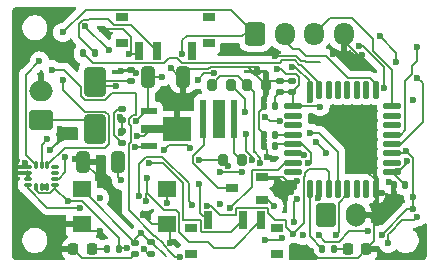
<source format=gbr>
%TF.GenerationSoftware,KiCad,Pcbnew,8.0.5*%
%TF.CreationDate,2025-02-24T18:35:13+02:00*%
%TF.ProjectId,UVCleanPCB,5556436c-6561-46e5-9043-422e6b696361,rev?*%
%TF.SameCoordinates,Original*%
%TF.FileFunction,Copper,L1,Top*%
%TF.FilePolarity,Positive*%
%FSLAX46Y46*%
G04 Gerber Fmt 4.6, Leading zero omitted, Abs format (unit mm)*
G04 Created by KiCad (PCBNEW 8.0.5) date 2025-02-24 18:35:13*
%MOMM*%
%LPD*%
G01*
G04 APERTURE LIST*
G04 Aperture macros list*
%AMRoundRect*
0 Rectangle with rounded corners*
0 $1 Rounding radius*
0 $2 $3 $4 $5 $6 $7 $8 $9 X,Y pos of 4 corners*
0 Add a 4 corners polygon primitive as box body*
4,1,4,$2,$3,$4,$5,$6,$7,$8,$9,$2,$3,0*
0 Add four circle primitives for the rounded corners*
1,1,$1+$1,$2,$3*
1,1,$1+$1,$4,$5*
1,1,$1+$1,$6,$7*
1,1,$1+$1,$8,$9*
0 Add four rect primitives between the rounded corners*
20,1,$1+$1,$2,$3,$4,$5,0*
20,1,$1+$1,$4,$5,$6,$7,0*
20,1,$1+$1,$6,$7,$8,$9,0*
20,1,$1+$1,$8,$9,$2,$3,0*%
G04 Aperture macros list end*
%TA.AperFunction,SMDPad,CuDef*%
%ADD10RoundRect,0.140000X0.170000X-0.140000X0.170000X0.140000X-0.170000X0.140000X-0.170000X-0.140000X0*%
%TD*%
%TA.AperFunction,SMDPad,CuDef*%
%ADD11RoundRect,0.218750X-0.218750X-0.256250X0.218750X-0.256250X0.218750X0.256250X-0.218750X0.256250X0*%
%TD*%
%TA.AperFunction,SMDPad,CuDef*%
%ADD12RoundRect,0.140000X0.140000X0.170000X-0.140000X0.170000X-0.140000X-0.170000X0.140000X-0.170000X0*%
%TD*%
%TA.AperFunction,ComponentPad*%
%ADD13RoundRect,0.250000X-0.600000X-0.725000X0.600000X-0.725000X0.600000X0.725000X-0.600000X0.725000X0*%
%TD*%
%TA.AperFunction,ComponentPad*%
%ADD14O,1.700000X1.950000*%
%TD*%
%TA.AperFunction,SMDPad,CuDef*%
%ADD15R,1.016000X0.762000*%
%TD*%
%TA.AperFunction,SMDPad,CuDef*%
%ADD16RoundRect,0.250000X0.325000X0.650000X-0.325000X0.650000X-0.325000X-0.650000X0.325000X-0.650000X0*%
%TD*%
%TA.AperFunction,SMDPad,CuDef*%
%ADD17RoundRect,0.140000X-0.170000X0.140000X-0.170000X-0.140000X0.170000X-0.140000X0.170000X0.140000X0*%
%TD*%
%TA.AperFunction,SMDPad,CuDef*%
%ADD18RoundRect,0.135000X0.135000X0.185000X-0.135000X0.185000X-0.135000X-0.185000X0.135000X-0.185000X0*%
%TD*%
%TA.AperFunction,SMDPad,CuDef*%
%ADD19RoundRect,0.200000X-0.200000X-0.275000X0.200000X-0.275000X0.200000X0.275000X-0.200000X0.275000X0*%
%TD*%
%TA.AperFunction,SMDPad,CuDef*%
%ADD20RoundRect,0.135000X0.185000X-0.135000X0.185000X0.135000X-0.185000X0.135000X-0.185000X-0.135000X0*%
%TD*%
%TA.AperFunction,SMDPad,CuDef*%
%ADD21R,1.000000X0.800000*%
%TD*%
%TA.AperFunction,SMDPad,CuDef*%
%ADD22R,0.700000X1.500000*%
%TD*%
%TA.AperFunction,SMDPad,CuDef*%
%ADD23RoundRect,0.135000X-0.135000X-0.185000X0.135000X-0.185000X0.135000X0.185000X-0.135000X0.185000X0*%
%TD*%
%TA.AperFunction,SMDPad,CuDef*%
%ADD24RoundRect,0.250000X-0.650000X1.000000X-0.650000X-1.000000X0.650000X-1.000000X0.650000X1.000000X0*%
%TD*%
%TA.AperFunction,SMDPad,CuDef*%
%ADD25RoundRect,0.218750X0.218750X0.256250X-0.218750X0.256250X-0.218750X-0.256250X0.218750X-0.256250X0*%
%TD*%
%TA.AperFunction,SMDPad,CuDef*%
%ADD26RoundRect,0.250000X-0.325000X-0.650000X0.325000X-0.650000X0.325000X0.650000X-0.325000X0.650000X0*%
%TD*%
%TA.AperFunction,SMDPad,CuDef*%
%ADD27RoundRect,0.125000X-0.125000X-0.625000X0.125000X-0.625000X0.125000X0.625000X-0.125000X0.625000X0*%
%TD*%
%TA.AperFunction,SMDPad,CuDef*%
%ADD28RoundRect,0.125000X-0.625000X-0.125000X0.625000X-0.125000X0.625000X0.125000X-0.625000X0.125000X0*%
%TD*%
%TA.AperFunction,SMDPad,CuDef*%
%ADD29R,1.600000X1.400000*%
%TD*%
%TA.AperFunction,ComponentPad*%
%ADD30RoundRect,0.250000X0.750000X-0.600000X0.750000X0.600000X-0.750000X0.600000X-0.750000X-0.600000X0*%
%TD*%
%TA.AperFunction,ComponentPad*%
%ADD31O,2.000000X1.700000*%
%TD*%
%TA.AperFunction,SMDPad,CuDef*%
%ADD32R,1.400000X0.570000*%
%TD*%
%TA.AperFunction,SMDPad,CuDef*%
%ADD33R,1.900000X0.650000*%
%TD*%
%TA.AperFunction,SMDPad,CuDef*%
%ADD34R,2.450000X2.000000*%
%TD*%
%TA.AperFunction,SMDPad,CuDef*%
%ADD35RoundRect,0.087500X-0.225000X-0.087500X0.225000X-0.087500X0.225000X0.087500X-0.225000X0.087500X0*%
%TD*%
%TA.AperFunction,SMDPad,CuDef*%
%ADD36RoundRect,0.087500X-0.087500X-0.225000X0.087500X-0.225000X0.087500X0.225000X-0.087500X0.225000X0*%
%TD*%
%TA.AperFunction,SMDPad,CuDef*%
%ADD37RoundRect,0.200000X0.200000X0.275000X-0.200000X0.275000X-0.200000X-0.275000X0.200000X-0.275000X0*%
%TD*%
%TA.AperFunction,ComponentPad*%
%ADD38RoundRect,0.250000X-0.600000X-0.750000X0.600000X-0.750000X0.600000X0.750000X-0.600000X0.750000X0*%
%TD*%
%TA.AperFunction,ComponentPad*%
%ADD39O,1.700000X2.000000*%
%TD*%
%TA.AperFunction,SMDPad,CuDef*%
%ADD40R,1.000000X3.200000*%
%TD*%
%TA.AperFunction,SMDPad,CuDef*%
%ADD41R,0.600000X3.200000*%
%TD*%
%TA.AperFunction,ViaPad*%
%ADD42C,0.600000*%
%TD*%
%TA.AperFunction,Conductor*%
%ADD43C,0.200000*%
%TD*%
G04 APERTURE END LIST*
D10*
%TO.P,C10,1*%
%TO.N,B+*%
X184560000Y-66450000D03*
%TO.P,C10,2*%
%TO.N,GND*%
X184560000Y-65490000D03*
%TD*%
D11*
%TO.P,D4,1,K*%
%TO.N,GND*%
X179700000Y-80700000D03*
%TO.P,D4,2,A*%
%TO.N,Net-(D4-A)*%
X181275000Y-80700000D03*
%TD*%
D12*
%TO.P,C9,1*%
%TO.N,/NRST*%
X196810000Y-71000000D03*
%TO.P,C9,2*%
%TO.N,GND*%
X195850000Y-71000000D03*
%TD*%
D13*
%TO.P,J1,1,Pin_1*%
%TO.N,+3V3*%
X195110000Y-62490000D03*
D14*
%TO.P,J1,2,Pin_2*%
%TO.N,/SYS_SWDIO*%
X197610000Y-62490000D03*
%TO.P,J1,3,Pin_3*%
%TO.N,/SYS_SWCLK*%
X200110000Y-62490000D03*
%TO.P,J1,4,Pin_4*%
%TO.N,GND*%
X202610000Y-62490000D03*
%TD*%
D15*
%TO.P,Q1,1*%
%TO.N,Net-(Q1-Pad1)*%
X193110000Y-75562500D03*
%TO.P,Q1,2*%
%TO.N,Net-(Q1-Pad2)*%
X195650000Y-76515000D03*
%TO.P,Q1,3*%
%TO.N,GND*%
X195650000Y-74610000D03*
%TD*%
D10*
%TO.P,C2,1*%
%TO.N,+3V3*%
X198200000Y-67400000D03*
%TO.P,C2,2*%
%TO.N,GND*%
X198200000Y-66440000D03*
%TD*%
D16*
%TO.P,C12,1*%
%TO.N,B+ PWRBTN*%
X183500000Y-73300000D03*
%TO.P,C12,2*%
%TO.N,GND*%
X180550000Y-73300000D03*
%TD*%
D12*
%TO.P,C3,1*%
%TO.N,+3V3*%
X207780000Y-75300000D03*
%TO.P,C3,2*%
%TO.N,GND*%
X206820000Y-75300000D03*
%TD*%
D17*
%TO.P,C19,1*%
%TO.N,A4_USER_BTN*%
X184900000Y-80140000D03*
%TO.P,C19,2*%
%TO.N,GND*%
X184900000Y-81100000D03*
%TD*%
D18*
%TO.P,R15,1*%
%TO.N,+3V3*%
X183575000Y-80700000D03*
%TO.P,R15,2*%
%TO.N,Net-(D4-A)*%
X182555000Y-80700000D03*
%TD*%
D19*
%TO.P,R8,1*%
%TO.N,Net-(Q1-Pad2)*%
X194370000Y-66780000D03*
%TO.P,R8,2*%
%TO.N,GND*%
X196020000Y-66780000D03*
%TD*%
D20*
%TO.P,R11,1*%
%TO.N,+3V3*%
X186300000Y-81100000D03*
%TO.P,R11,2*%
%TO.N,A4_USER_BTN*%
X186300000Y-80080000D03*
%TD*%
D21*
%TO.P,SW5,*%
%TO.N,*%
X189680000Y-78895000D03*
X189680000Y-81105000D03*
X196980000Y-78895000D03*
X196980000Y-81105000D03*
D22*
%TO.P,SW5,1,A*%
%TO.N,/OFF*%
X191080000Y-78245000D03*
%TO.P,SW5,2,B*%
%TO.N,Net-(SW5-B)*%
X194080000Y-78245000D03*
%TO.P,SW5,3,C*%
%TO.N,/ON*%
X195580000Y-78245000D03*
%TD*%
D19*
%TO.P,R9,1*%
%TO.N,+6V*%
X192335000Y-73190000D03*
%TO.P,R9,2*%
%TO.N,Net-(R9-Pad2)*%
X193985000Y-73190000D03*
%TD*%
D12*
%TO.P,C7,1*%
%TO.N,+3V3A*%
X196800000Y-72000000D03*
%TO.P,C7,2*%
%TO.N,GND*%
X195840000Y-72000000D03*
%TD*%
D23*
%TO.P,R16,1*%
%TO.N,A3_STATUS_LED*%
X200780000Y-80700000D03*
%TO.P,R16,2*%
%TO.N,Net-(D5-A)*%
X201800000Y-80700000D03*
%TD*%
D24*
%TO.P,D2,2,A*%
%TO.N,Net-(D2-A)*%
X181530000Y-70560000D03*
%TO.P,D2,1,K*%
%TO.N,B+*%
X181530000Y-66560000D03*
%TD*%
D21*
%TO.P,SW1,*%
%TO.N,*%
X191150000Y-63280000D03*
X191150000Y-61070000D03*
X183850000Y-63280000D03*
X183850000Y-61070000D03*
D22*
%TO.P,SW1,1,A*%
%TO.N,+3.3V*%
X189750000Y-63930000D03*
%TO.P,SW1,2,B*%
%TO.N,/SW_BOOT0*%
X186750000Y-63930000D03*
%TO.P,SW1,3,C*%
%TO.N,GND*%
X185250000Y-63930000D03*
%TD*%
D25*
%TO.P,D5,1,K*%
%TO.N,GND*%
X204500000Y-80700000D03*
%TO.P,D5,2,A*%
%TO.N,Net-(D5-A)*%
X202925000Y-80700000D03*
%TD*%
D12*
%TO.P,C1,1*%
%TO.N,+3V3*%
X196800000Y-68600000D03*
%TO.P,C1,2*%
%TO.N,GND*%
X195840000Y-68600000D03*
%TD*%
D10*
%TO.P,C20,1*%
%TO.N,GND*%
X183820000Y-71690000D03*
%TO.P,C20,2*%
%TO.N,+3V3*%
X183820000Y-70730000D03*
%TD*%
%TO.P,C4,1*%
%TO.N,+3V3*%
X197200000Y-67400000D03*
%TO.P,C4,2*%
%TO.N,GND*%
X197200000Y-66440000D03*
%TD*%
D26*
%TO.P,C14,1*%
%TO.N,+3V3*%
X186025000Y-66100000D03*
%TO.P,C14,2*%
%TO.N,GND*%
X188975000Y-66100000D03*
%TD*%
D27*
%TO.P,U1,32,VSS*%
%TO.N,GND*%
X199700000Y-67225000D03*
%TO.P,U1,31,BOOT0*%
%TO.N,/BOOT0*%
X200500000Y-67225000D03*
%TO.P,U1,30,PB7*%
%TO.N,unconnected-(U1-PB7-Pad30)*%
X201300000Y-67225000D03*
%TO.P,U1,29,PB6*%
%TO.N,unconnected-(U1-PB6-Pad29)*%
X202100000Y-67225000D03*
%TO.P,U1,28,PB5*%
%TO.N,unconnected-(U1-PB5-Pad28)*%
X202900000Y-67225000D03*
%TO.P,U1,27,PB4*%
%TO.N,unconnected-(U1-PB4-Pad27)*%
X203700000Y-67225000D03*
%TO.P,U1,26,PB3*%
%TO.N,unconnected-(U1-PB3-Pad26)*%
X204500000Y-67225000D03*
%TO.P,U1,25,PA15*%
%TO.N,/SYS_SWDIO*%
X205300000Y-67225000D03*
D28*
%TO.P,U1,24,PA14*%
%TO.N,/SYS_SWCLK*%
X206675000Y-68600000D03*
%TO.P,U1,23,PA13*%
%TO.N,unconnected-(U1-PA13-Pad23)*%
X206675000Y-69400000D03*
%TO.P,U1,22,PA12*%
%TO.N,unconnected-(U1-PA12-Pad22)*%
X206675000Y-70200000D03*
%TO.P,U1,21,PA11*%
%TO.N,A11_I2C1_CS*%
X206675000Y-71000000D03*
%TO.P,U1,20,PA10*%
%TO.N,A10_I2C1_SDA*%
X206675000Y-71800000D03*
%TO.P,U1,19,PA9*%
%TO.N,A9_I2C1_SCL*%
X206675000Y-72600000D03*
%TO.P,U1,18,PA8*%
%TO.N,unconnected-(U1-PA8-Pad18)*%
X206675000Y-73400000D03*
%TO.P,U1,17,VDD*%
%TO.N,+3V3*%
X206675000Y-74200000D03*
D27*
%TO.P,U1,16,VSS*%
%TO.N,GND*%
X205300000Y-75575000D03*
%TO.P,U1,15,PB1*%
%TO.N,unconnected-(U1-PB1-Pad15)*%
X204500000Y-75575000D03*
%TO.P,U1,14,PB0*%
%TO.N,unconnected-(U1-PB0-Pad14)*%
X203700000Y-75575000D03*
%TO.P,U1,13,PA7*%
%TO.N,A7_STATUS_LED2*%
X202900000Y-75575000D03*
%TO.P,U1,12,PA6*%
%TO.N,A6_LSM6DS3TR_INT2*%
X202100000Y-75575000D03*
%TO.P,U1,11,PA5*%
%TO.N,A5_LSM6DS3TR_INT1*%
X201300000Y-75575000D03*
%TO.P,U1,10,PA4*%
%TO.N,A4_USER_BTN*%
X200500000Y-75575000D03*
%TO.P,U1,9,PA3*%
%TO.N,A3_STATUS_LED*%
X199700000Y-75575000D03*
D28*
%TO.P,U1,8,PA2*%
%TO.N,unconnected-(U1-PA2-Pad8)*%
X198325000Y-74200000D03*
%TO.P,U1,7,PA1*%
%TO.N,A1*%
X198325000Y-73400000D03*
%TO.P,U1,6,PA0*%
%TO.N,A0*%
X198325000Y-72600000D03*
%TO.P,U1,5,VDDA*%
%TO.N,+3V3A*%
X198325000Y-71800000D03*
%TO.P,U1,4,NRST*%
%TO.N,/NRST*%
X198325000Y-71000000D03*
%TO.P,U1,3,PC15*%
%TO.N,unconnected-(U1-PC15-Pad3)*%
X198325000Y-70200000D03*
%TO.P,U1,2,PC14*%
%TO.N,unconnected-(U1-PC14-Pad2)*%
X198325000Y-69400000D03*
%TO.P,U1,1,VDD*%
%TO.N,+3V3*%
X198325000Y-68600000D03*
%TD*%
D10*
%TO.P,C21,1*%
%TO.N,+3V3*%
X183820000Y-69780000D03*
%TO.P,C21,2*%
%TO.N,GND*%
X183820000Y-68820000D03*
%TD*%
D29*
%TO.P,S2,1*%
%TO.N,A4_USER_BTN*%
X187600000Y-75600000D03*
%TO.P,S2,2*%
X180400000Y-75600000D03*
%TO.P,S2,3*%
%TO.N,GND*%
X187600000Y-78600000D03*
%TO.P,S2,4*%
X180400000Y-78600000D03*
%TD*%
D18*
%TO.P,R1,1*%
%TO.N,/SW_BOOT0*%
X181550000Y-64130000D03*
%TO.P,R1,2*%
%TO.N,/BOOT0*%
X180530000Y-64130000D03*
%TD*%
D30*
%TO.P,J2,1,Pin_1*%
%TO.N,Net-(D2-A)*%
X176930000Y-69790000D03*
D31*
%TO.P,J2,2,Pin_2*%
%TO.N,GND*%
X176930000Y-67290000D03*
%TD*%
D32*
%TO.P,IC1,1,VOUT*%
%TO.N,+3V3*%
X186075000Y-69000000D03*
D33*
%TO.P,IC1,2,GND_1*%
%TO.N,GND*%
X186325000Y-70500000D03*
D32*
%TO.P,IC1,3,VIN*%
%TO.N,B+ PWRBTN*%
X186075000Y-72000000D03*
D34*
%TO.P,IC1,4,GND_2*%
%TO.N,GND*%
X188500000Y-70500000D03*
%TD*%
D35*
%TO.P,U2,1,SDO/SA0*%
%TO.N,GND*%
X175837500Y-73750000D03*
%TO.P,U2,2,SDX*%
X175837500Y-74250000D03*
%TO.P,U2,3,SCX*%
X175837500Y-74750000D03*
%TO.P,U2,4,INT1*%
%TO.N,A5_LSM6DS3TR_INT1*%
X175837500Y-75250000D03*
D36*
%TO.P,U2,5,VDDIO*%
%TO.N,+3V3*%
X176500000Y-75412500D03*
%TO.P,U2,6,GND*%
%TO.N,GND*%
X177000000Y-75412500D03*
%TO.P,U2,7,GND*%
X177500000Y-75412500D03*
D35*
%TO.P,U2,8,VDD*%
%TO.N,+3V3*%
X178162500Y-75250000D03*
%TO.P,U2,9,INT2*%
%TO.N,A6_LSM6DS3TR_INT2*%
X178162500Y-74750000D03*
%TO.P,U2,10,NC*%
%TO.N,unconnected-(U2-NC-Pad10)*%
X178162500Y-74250000D03*
%TO.P,U2,11,NC*%
%TO.N,unconnected-(U2-NC-Pad11)*%
X178162500Y-73750000D03*
D36*
%TO.P,U2,12,CS*%
%TO.N,A11_I2C1_CS*%
X177500000Y-73587500D03*
%TO.P,U2,13,SCL*%
%TO.N,A9_I2C1_SCL*%
X177000000Y-73587500D03*
%TO.P,U2,14,SDA*%
%TO.N,A10_I2C1_SDA*%
X176500000Y-73587500D03*
%TD*%
D37*
%TO.P,R10,1*%
%TO.N,A0*%
X193060000Y-66780000D03*
%TO.P,R10,2*%
%TO.N,Net-(Q1-Pad2)*%
X191410000Y-66780000D03*
%TD*%
D38*
%TO.P,J3,1,Pin_1*%
%TO.N,Net-(D7-A)*%
X201100000Y-77800000D03*
D39*
%TO.P,J3,2,Pin_2*%
%TO.N,GND*%
X203600000Y-77800000D03*
%TD*%
D40*
%TO.P,U6,THERM*%
%TO.N,unconnected-(U6-PadTHERM)*%
X192010000Y-69660000D03*
D41*
%TO.P,U6,-*%
%TO.N,Net-(Q1-Pad1)*%
X190710000Y-69660000D03*
%TO.P,U6,+*%
%TO.N,Net-(R9-Pad2)*%
X193310000Y-69660000D03*
%TD*%
D42*
%TO.N,Net-(D7-K)*%
X203920697Y-63495760D03*
X205999999Y-67014440D03*
%TO.N,GND*%
X206860000Y-75256366D03*
%TO.N,+3V3*%
X207920000Y-73251408D03*
%TO.N,A9_I2C1_SCL*%
X208470000Y-76253193D03*
%TO.N,+3V3A*%
X199525000Y-73400116D03*
%TO.N,GND*%
X205823379Y-75946621D03*
X195230000Y-65470000D03*
X201665528Y-64167710D03*
X187941091Y-65371091D03*
X179850000Y-73050000D03*
X199720000Y-68050000D03*
X177125000Y-75425000D03*
X181940000Y-79150000D03*
X204160000Y-64300000D03*
X183830000Y-71730000D03*
X182150000Y-62070000D03*
X198650000Y-74943909D03*
X185000000Y-65783011D03*
X175571972Y-73437290D03*
X196750000Y-64350000D03*
X196110000Y-72880000D03*
X178590000Y-70500000D03*
X185120000Y-71160000D03*
X185583909Y-77806091D03*
X183730000Y-65610000D03*
X206441206Y-74980000D03*
X198230000Y-65270000D03*
X199850000Y-80875000D03*
X184420000Y-64150000D03*
X198158108Y-75851892D03*
X204160000Y-64300000D03*
X187900000Y-80160000D03*
X177720000Y-72300000D03*
X203510000Y-74040000D03*
X181760000Y-74691702D03*
%TO.N,+3V3*%
X183667620Y-69550000D03*
X196960000Y-65470000D03*
X200590000Y-68630000D03*
X184236937Y-80635946D03*
X187200000Y-66120000D03*
X178800000Y-62350000D03*
X184970000Y-69880000D03*
X183763909Y-70886091D03*
X185650000Y-80720000D03*
X179220000Y-76648909D03*
X208470000Y-68060000D03*
X188920000Y-64170000D03*
X181940000Y-76340000D03*
%TO.N,B+*%
X183304127Y-66913765D03*
X190250000Y-66370000D03*
X191585546Y-65826636D03*
%TO.N,Net-(D7-K)*%
X192120000Y-74200000D03*
X194010000Y-74130000D03*
X200470000Y-79510000D03*
X206360000Y-80220000D03*
X208820000Y-77973326D03*
X204640000Y-79190000D03*
%TO.N,B+ PWRBTN*%
X184930000Y-72010000D03*
X183760000Y-74880000D03*
%TO.N,+6V*%
X190350000Y-73190000D03*
X192767500Y-73622500D03*
%TO.N,A4_USER_BTN*%
X199120000Y-79530000D03*
X198410000Y-78380000D03*
X185430000Y-79320000D03*
X197390000Y-79745002D03*
X187620000Y-76800000D03*
X200378678Y-76360418D03*
X192140000Y-76850000D03*
X198650000Y-76490000D03*
X195961091Y-79888909D03*
%TO.N,Net-(Q1-Pad2)*%
X196700000Y-77050000D03*
X195531742Y-73410798D03*
%TO.N,Net-(Q2-Pad2)*%
X180720000Y-61840000D03*
X182680000Y-63840000D03*
%TO.N,A7_STATUS_LED2*%
X201950000Y-79530000D03*
%TO.N,A0*%
X201105001Y-72552818D03*
X195936091Y-69486091D03*
X197160598Y-69869039D03*
X199188590Y-72691409D03*
X200260000Y-71660000D03*
X194240000Y-69090000D03*
%TO.N,A1*%
X192930000Y-77250000D03*
X188713107Y-81347916D03*
X177910000Y-65510000D03*
%TO.N,A11_I2C1_CS*%
X208760000Y-63580000D03*
X178797916Y-66419371D03*
%TO.N,A9_I2C1_SCL*%
X205810000Y-79480000D03*
X177490000Y-71350000D03*
X208470000Y-77310000D03*
X207855002Y-72370000D03*
%TO.N,A10_I2C1_SDA*%
X207034239Y-64880000D03*
X208820000Y-66175000D03*
X205620000Y-62660000D03*
X176830000Y-64770000D03*
%TO.N,/ON*%
X185860000Y-76660000D03*
X185940000Y-74700000D03*
%TO.N,/OFF*%
X190350000Y-75180000D03*
%TO.N,Net-(SW5-B)*%
X186060798Y-73420000D03*
%TO.N,A5_LSM6DS3TR_INT1*%
X180221091Y-77198909D03*
X189760000Y-76970000D03*
X190990000Y-77020000D03*
X198288397Y-79378397D03*
X185220000Y-76230000D03*
%TO.N,A6_LSM6DS3TR_INT2*%
X187412501Y-72281336D03*
X194290000Y-70930000D03*
X179007659Y-72857659D03*
X189600000Y-72160000D03*
X194835000Y-73133216D03*
X199770000Y-70860000D03*
%TD*%
D43*
%TO.N,Net-(D7-K)*%
X205999999Y-65314338D02*
X205999999Y-67014440D01*
X203920697Y-63495760D02*
X204181421Y-63495760D01*
X204181421Y-63495760D02*
X205999999Y-65314338D01*
%TO.N,A10_I2C1_SDA*%
X207424999Y-71800000D02*
X206675000Y-71800000D01*
X209280000Y-69944999D02*
X207424999Y-71800000D01*
X209280000Y-66635000D02*
X209280000Y-69944999D01*
X208820000Y-66175000D02*
X209280000Y-66635000D01*
%TO.N,GND*%
X206860000Y-75256366D02*
X206860000Y-75260000D01*
X206860000Y-75260000D02*
X206820000Y-75300000D01*
%TO.N,+3V3*%
X206925001Y-73949999D02*
X207408795Y-73949999D01*
X206675000Y-74200000D02*
X206925001Y-73949999D01*
X207920000Y-73438794D02*
X207920000Y-73251408D01*
X207408795Y-73949999D02*
X207920000Y-73438794D01*
%TO.N,A9_I2C1_SCL*%
X208470000Y-72984998D02*
X207855002Y-72370000D01*
X208470000Y-76253193D02*
X208470000Y-72984998D01*
X208470000Y-77310000D02*
X208470000Y-76253193D01*
%TO.N,+3V3*%
X208660000Y-68250000D02*
X208470000Y-68060000D01*
%TO.N,/SYS_SWCLK*%
X201440000Y-61160000D02*
X200110000Y-62490000D01*
X205070000Y-62920000D02*
X203310000Y-61160000D01*
X205070000Y-63889365D02*
X205070000Y-62920000D01*
X206675000Y-65494365D02*
X205070000Y-63889365D01*
X203310000Y-61160000D02*
X201440000Y-61160000D01*
%TO.N,+3V3*%
X194120000Y-62490000D02*
X195110000Y-62490000D01*
X193980000Y-62630000D02*
X194120000Y-62490000D01*
X189320000Y-62630000D02*
X193980000Y-62630000D01*
X193040000Y-60420000D02*
X195110000Y-62490000D01*
X180730000Y-60420000D02*
X193040000Y-60420000D01*
X178800000Y-62350000D02*
X180730000Y-60420000D01*
%TO.N,/SYS_SWCLK*%
X206675000Y-68600000D02*
X206675000Y-65494365D01*
%TO.N,+3V3A*%
X199609884Y-73400116D02*
X199850000Y-73160000D01*
X199525000Y-73400116D02*
X199609884Y-73400116D01*
X199850000Y-73160000D02*
X199850000Y-73390000D01*
X199850000Y-72575001D02*
X199850000Y-73160000D01*
%TO.N,GND*%
X199700000Y-68030000D02*
X199720000Y-68050000D01*
X184600000Y-62750000D02*
X183920000Y-62070000D01*
X206761206Y-75300000D02*
X206441206Y-74980000D01*
X180300000Y-73050000D02*
X180550000Y-73300000D01*
X177000000Y-75412500D02*
X177112500Y-75412500D01*
X201797818Y-64300000D02*
X204160000Y-64300000D01*
X199410000Y-64820000D02*
X199340000Y-64750000D01*
X199700000Y-67225000D02*
X199700000Y-66475001D01*
X195650000Y-74610000D02*
X197451206Y-74610000D01*
X180425000Y-81425000D02*
X179700000Y-80700000D01*
X203775000Y-81425000D02*
X200400000Y-81425000D01*
X197200000Y-66440000D02*
X196360000Y-66440000D01*
X195840000Y-68600000D02*
X195386091Y-69053909D01*
X194510000Y-65270000D02*
X196020000Y-66780000D01*
X205300000Y-75575000D02*
X205300000Y-74825001D01*
X184900000Y-81100000D02*
X184575000Y-81425000D01*
X203800000Y-64300000D02*
X202600000Y-63100000D01*
X184575000Y-81425000D02*
X180425000Y-81425000D01*
X205190000Y-78340000D02*
X204650000Y-77800000D01*
X195650000Y-74610000D02*
X196916216Y-74610000D01*
X183117620Y-71017620D02*
X183830000Y-71730000D01*
X183510001Y-68820000D02*
X183117620Y-69212381D01*
X199700000Y-66475001D02*
X198494999Y-65270000D01*
X198982793Y-64750000D02*
X198582793Y-64350000D01*
X183117620Y-69212381D02*
X183117620Y-71017620D01*
X200400000Y-81425000D02*
X199850000Y-80875000D01*
X195030000Y-65270000D02*
X194510000Y-65270000D01*
X196110000Y-72880000D02*
X196110000Y-72270000D01*
X199700000Y-67225000D02*
X199700000Y-68030000D01*
X175837500Y-74750000D02*
X175837500Y-74250000D01*
X204160000Y-64300000D02*
X203800000Y-64300000D01*
X181940000Y-79150000D02*
X180950000Y-79150000D01*
X183820000Y-71720000D02*
X183830000Y-71730000D01*
X183820000Y-71690000D02*
X183820000Y-71720000D01*
X183820000Y-68820000D02*
X183510001Y-68820000D01*
X205300000Y-74825001D02*
X204514999Y-74040000D01*
X197785115Y-74943909D02*
X198650000Y-74943909D01*
X204514999Y-74040000D02*
X203510000Y-74040000D01*
X187600000Y-78600000D02*
X186377818Y-78600000D01*
X199340000Y-64750000D02*
X198982793Y-64750000D01*
X195840000Y-72000000D02*
X195840000Y-71010000D01*
X184560000Y-65490000D02*
X183850000Y-65490000D01*
X188975000Y-66100000D02*
X189598364Y-65476636D01*
X189598364Y-65476636D02*
X191123364Y-65476636D01*
X183730000Y-65610000D02*
X184826989Y-65610000D01*
X180950000Y-79150000D02*
X180400000Y-78600000D01*
X201665528Y-64167710D02*
X201797818Y-64300000D01*
X195840000Y-71010000D02*
X195850000Y-71000000D01*
X191123364Y-65476636D02*
X191330000Y-65270000D01*
X186377818Y-78600000D02*
X185583909Y-77806091D01*
X195386091Y-69053909D02*
X195386091Y-70536091D01*
X184826989Y-65610000D02*
X185000000Y-65783011D01*
X178590000Y-71430000D02*
X177720000Y-72300000D01*
X195230000Y-65470000D02*
X195030000Y-65270000D01*
X204650000Y-77800000D02*
X203600000Y-77800000D01*
X181760000Y-74510000D02*
X180550000Y-73300000D01*
X196916216Y-74610000D02*
X198158108Y-75851892D01*
X205823379Y-75946621D02*
X205671621Y-75946621D01*
X191330000Y-65270000D02*
X194510000Y-65270000D01*
X175571972Y-73484472D02*
X175837500Y-73750000D01*
X183850000Y-65490000D02*
X183730000Y-65610000D01*
X198494999Y-65270000D02*
X198230000Y-65270000D01*
X181760000Y-74691702D02*
X181760000Y-74510000D01*
X188975000Y-66100000D02*
X188670000Y-66100000D01*
X204500000Y-80700000D02*
X205190000Y-80010000D01*
X177112500Y-75412500D02*
X177125000Y-75425000D01*
X179850000Y-73050000D02*
X180300000Y-73050000D01*
X183920000Y-62070000D02*
X182150000Y-62070000D01*
X184420000Y-64150000D02*
X185030000Y-64150000D01*
X187900000Y-80160000D02*
X187900000Y-78900000D01*
X188670000Y-66100000D02*
X187941091Y-65371091D01*
X198200000Y-66440000D02*
X197200000Y-66440000D01*
X184600000Y-63970000D02*
X184600000Y-62750000D01*
X206820000Y-75300000D02*
X206761206Y-75300000D01*
X198582793Y-64350000D02*
X196750000Y-64350000D01*
X177000000Y-75412500D02*
X177500000Y-75412500D01*
X205190000Y-80010000D02*
X205190000Y-78340000D01*
X185030000Y-64150000D02*
X185250000Y-63930000D01*
X196110000Y-72270000D02*
X195840000Y-72000000D01*
X185120000Y-71160000D02*
X185665000Y-71160000D01*
X185665000Y-71160000D02*
X186325000Y-70500000D01*
X200588252Y-64820000D02*
X199410000Y-64820000D01*
X196360000Y-66440000D02*
X196020000Y-66780000D01*
X204500000Y-80700000D02*
X203775000Y-81425000D01*
X197451206Y-74610000D02*
X197785115Y-74943909D01*
X195386091Y-70536091D02*
X195850000Y-71000000D01*
X205671621Y-75946621D02*
X205300000Y-75575000D01*
X178590000Y-70500000D02*
X178590000Y-71430000D01*
X175571972Y-73437290D02*
X175571972Y-73484472D01*
X184420000Y-64150000D02*
X184600000Y-63970000D01*
X187900000Y-78900000D02*
X187600000Y-78600000D01*
%TO.N,+3V3*%
X183667620Y-69627620D02*
X183820000Y-69780000D01*
X177729722Y-75975000D02*
X178162500Y-75542222D01*
X184236937Y-80635946D02*
X183639054Y-80635946D01*
X178162500Y-75542222D02*
X178162500Y-75250000D01*
X186025000Y-68950000D02*
X186075000Y-69000000D01*
X183575000Y-79775000D02*
X180480000Y-76680000D01*
X206680000Y-74200000D02*
X207780000Y-75300000D01*
X183575000Y-80700000D02*
X183575000Y-79775000D01*
X179220000Y-76648909D02*
X180448909Y-76648909D01*
X176500000Y-75412500D02*
X176500000Y-75724999D01*
X186025000Y-66100000D02*
X186025000Y-68950000D01*
X183639054Y-80635946D02*
X183575000Y-80700000D01*
X198535424Y-65910000D02*
X198760000Y-66134576D01*
X178162500Y-75591409D02*
X179220000Y-76648909D01*
X197690000Y-65910000D02*
X198535424Y-65910000D01*
X186030000Y-81100000D02*
X185650000Y-80720000D01*
X198325000Y-67525000D02*
X198200000Y-67400000D01*
X198325000Y-68600000D02*
X198325000Y-67525000D01*
X196960000Y-65470000D02*
X197250000Y-65470000D01*
X183820000Y-70730000D02*
X183820000Y-70830000D01*
X183820000Y-70730000D02*
X183820000Y-69780000D01*
X183820000Y-70830000D02*
X183763909Y-70886091D01*
X198760000Y-66840000D02*
X198200000Y-67400000D01*
X185850000Y-69000000D02*
X184970000Y-69880000D01*
X176500000Y-75724999D02*
X176750001Y-75975000D01*
X176750001Y-75975000D02*
X177729722Y-75975000D01*
X198200000Y-67400000D02*
X197200000Y-67400000D01*
X200590000Y-68630000D02*
X200560000Y-68600000D01*
X180448909Y-76648909D02*
X180480000Y-76680000D01*
X188920000Y-64170000D02*
X188920000Y-63030000D01*
X198760000Y-66134576D02*
X198760000Y-66840000D01*
X186075000Y-69000000D02*
X185850000Y-69000000D01*
X197250000Y-65470000D02*
X197690000Y-65910000D01*
X196800000Y-68600000D02*
X196800000Y-67800000D01*
X196800000Y-67800000D02*
X197200000Y-67400000D01*
X186045000Y-66120000D02*
X186025000Y-66100000D01*
X194630000Y-62630000D02*
X195100000Y-63100000D01*
X183667620Y-69550000D02*
X183667620Y-69627620D01*
X187200000Y-66120000D02*
X186045000Y-66120000D01*
X188920000Y-63030000D02*
X189320000Y-62630000D01*
X178162500Y-75250000D02*
X178162500Y-75591409D01*
X200560000Y-68600000D02*
X198325000Y-68600000D01*
X186300000Y-81100000D02*
X186030000Y-81100000D01*
X206675000Y-74200000D02*
X206680000Y-74200000D01*
%TO.N,+3V3A*%
X199074999Y-71800000D02*
X199850000Y-72575001D01*
X198325000Y-71800000D02*
X197000000Y-71800000D01*
X197000000Y-71800000D02*
X196800000Y-72000000D01*
X198325000Y-71800000D02*
X199074999Y-71800000D01*
%TO.N,/NRST*%
X198325000Y-71000000D02*
X196810000Y-71000000D01*
%TO.N,B+*%
X181883765Y-66913765D02*
X181530000Y-66560000D01*
X181640000Y-66450000D02*
X181530000Y-66560000D01*
X190793364Y-65826636D02*
X190250000Y-66370000D01*
X184560000Y-66450000D02*
X181640000Y-66450000D01*
X183304127Y-66913765D02*
X181883765Y-66913765D01*
X191585546Y-65826636D02*
X190793364Y-65826636D01*
%TO.N,Net-(D7-K)*%
X193940000Y-74200000D02*
X192120000Y-74200000D01*
X203067818Y-79190000D02*
X202177818Y-80080000D01*
X204640000Y-79190000D02*
X203067818Y-79190000D01*
X206360000Y-79424974D02*
X206360000Y-80220000D01*
X194010000Y-74130000D02*
X193940000Y-74200000D01*
X202177818Y-80080000D02*
X201040000Y-80080000D01*
X208523326Y-78270000D02*
X207660000Y-78270000D01*
X206472487Y-79312487D02*
X206360000Y-79424974D01*
X208820000Y-77973326D02*
X208523326Y-78270000D01*
X207660000Y-78270000D02*
X207514974Y-78270000D01*
X207514974Y-78270000D02*
X206472487Y-79312487D01*
X201040000Y-80080000D02*
X200470000Y-79510000D01*
%TO.N,B+ PWRBTN*%
X183500000Y-74620000D02*
X183760000Y-74880000D01*
X183500000Y-73300000D02*
X183500000Y-74620000D01*
X186065000Y-72010000D02*
X186075000Y-72000000D01*
X184930000Y-72010000D02*
X186065000Y-72010000D01*
%TO.N,+6V*%
X192767500Y-73622500D02*
X192335000Y-73190000D01*
X192335000Y-73190000D02*
X190350000Y-73190000D01*
%TO.N,A4_USER_BTN*%
X184900000Y-79850000D02*
X185430000Y-79320000D01*
X198410000Y-78380000D02*
X198410000Y-76730000D01*
X198410000Y-76730000D02*
X198650000Y-76490000D01*
X186300000Y-80080000D02*
X187520000Y-81300000D01*
X197246093Y-79888909D02*
X197390000Y-79745002D01*
X187620000Y-75620000D02*
X187600000Y-75600000D01*
X184900000Y-80140000D02*
X184900000Y-79850000D01*
X200500000Y-75575000D02*
X200500000Y-75970000D01*
X186300000Y-80080000D02*
X186190000Y-80080000D01*
X186190000Y-80080000D02*
X185430000Y-79320000D01*
X200378678Y-76360418D02*
X200378678Y-75696322D01*
X187620000Y-76800000D02*
X187620000Y-75620000D01*
X200378678Y-75696322D02*
X200500000Y-75575000D01*
X195961091Y-79888909D02*
X197246093Y-79888909D01*
X180400000Y-75640000D02*
X184900000Y-80140000D01*
X200500000Y-75970000D02*
X200400000Y-76070000D01*
X180400000Y-75600000D02*
X180400000Y-75640000D01*
%TO.N,Net-(D2-A)*%
X176930000Y-69790000D02*
X180760000Y-69790000D01*
X180760000Y-69790000D02*
X181530000Y-70560000D01*
%TO.N,Net-(D4-A)*%
X182555000Y-80700000D02*
X181275000Y-80700000D01*
%TO.N,Net-(D5-A)*%
X201800000Y-80700000D02*
X202925000Y-80700000D01*
%TO.N,/SYS_SWDIO*%
X202945000Y-66225000D02*
X201140000Y-64420000D01*
X199375000Y-64325000D02*
X198840000Y-63790000D01*
X204783794Y-66225000D02*
X202945000Y-66225000D01*
X201140000Y-64380000D02*
X201085000Y-64325000D01*
X205300000Y-66741206D02*
X204783794Y-66225000D01*
X198840000Y-63790000D02*
X198290000Y-63790000D01*
X198290000Y-63790000D02*
X197600000Y-63100000D01*
X201085000Y-64325000D02*
X199375000Y-64325000D01*
X201140000Y-64420000D02*
X201140000Y-64380000D01*
X205300000Y-67225000D02*
X205300000Y-66741206D01*
%TO.N,Net-(Q1-Pad1)*%
X190730000Y-71850000D02*
X190730000Y-69690000D01*
X191944682Y-75562500D02*
X189800000Y-73417818D01*
X193110000Y-75562500D02*
X191944682Y-75562500D01*
X190730000Y-70990000D02*
X190500000Y-71220000D01*
X189800000Y-72780000D02*
X190730000Y-71850000D01*
X189800000Y-73417818D02*
X189800000Y-72780000D01*
X190730000Y-69690000D02*
X190730000Y-70990000D01*
%TO.N,Net-(Q1-Pad2)*%
X194370000Y-66780000D02*
X193645000Y-66055000D01*
X194960000Y-67370000D02*
X194370000Y-66780000D01*
X194960000Y-72480399D02*
X194960000Y-72390000D01*
X193645000Y-66055000D02*
X192135000Y-66055000D01*
X195531742Y-72961742D02*
X195531742Y-73410798D01*
X192135000Y-66055000D02*
X191410000Y-66780000D01*
X194960000Y-72390000D02*
X195531742Y-72961742D01*
X194960000Y-72390000D02*
X194960000Y-67370000D01*
X195650000Y-76515000D02*
X196165000Y-76515000D01*
X196165000Y-76515000D02*
X196700000Y-77050000D01*
%TO.N,Net-(Q2-Pad2)*%
X182680000Y-63840000D02*
X180720000Y-61880000D01*
X180720000Y-61880000D02*
X180720000Y-61840000D01*
%TO.N,/BOOT0*%
X200500000Y-67225000D02*
X200500000Y-66590000D01*
X197187818Y-64920000D02*
X190360000Y-64920000D01*
X200500000Y-66590000D02*
X199010000Y-65100000D01*
X198457818Y-64720000D02*
X197387818Y-64720000D01*
X190350000Y-64930000D02*
X188902182Y-64930000D01*
X181330000Y-64930000D02*
X180530000Y-64130000D01*
X187350000Y-64930000D02*
X181330000Y-64930000D01*
X187780000Y-64500000D02*
X187350000Y-64930000D01*
X198837818Y-65100000D02*
X198457818Y-64720000D01*
X188472182Y-64500000D02*
X187780000Y-64500000D01*
X199010000Y-65100000D02*
X198837818Y-65100000D01*
X188902182Y-64930000D02*
X188472182Y-64500000D01*
X190360000Y-64920000D02*
X190350000Y-64930000D01*
X197387818Y-64720000D02*
X197187818Y-64920000D01*
%TO.N,/SW_BOOT0*%
X180492182Y-61290000D02*
X180170000Y-61612182D01*
X180947818Y-61290000D02*
X180492182Y-61290000D01*
X184540000Y-61720000D02*
X183100000Y-61720000D01*
X180170000Y-62750000D02*
X181550000Y-64130000D01*
X186750000Y-63930000D02*
X184540000Y-61720000D01*
X183100000Y-61720000D02*
X182590000Y-61210000D01*
X182590000Y-61210000D02*
X181027818Y-61210000D01*
X180170000Y-61612182D02*
X180170000Y-62750000D01*
X181027818Y-61210000D02*
X180947818Y-61290000D01*
%TO.N,A7_STATUS_LED2*%
X202900000Y-76058794D02*
X202900000Y-75575000D01*
X201950000Y-79530000D02*
X202200000Y-79280000D01*
X202200000Y-79280000D02*
X202200000Y-76758794D01*
X202200000Y-76758794D02*
X202900000Y-76058794D01*
%TO.N,Net-(R9-Pad2)*%
X193320000Y-72525000D02*
X193320000Y-69700000D01*
X193320000Y-69700000D02*
X193330000Y-69690000D01*
X193985000Y-73190000D02*
X193320000Y-72525000D01*
%TO.N,A0*%
X201105001Y-72505001D02*
X200260000Y-71660000D01*
X201105001Y-72552818D02*
X201105001Y-72505001D01*
X196319039Y-69869039D02*
X197160598Y-69869039D01*
X194240000Y-67960000D02*
X193060000Y-66780000D01*
X199097181Y-72600000D02*
X199188590Y-72691409D01*
X198325000Y-72600000D02*
X199097181Y-72600000D01*
X194240000Y-69090000D02*
X194240000Y-67960000D01*
X195936091Y-69486091D02*
X196319039Y-69869039D01*
%TO.N,A1*%
X187350000Y-80260000D02*
X186640000Y-79550000D01*
X184970000Y-69330000D02*
X184970000Y-67490000D01*
X187350000Y-80387818D02*
X187350000Y-80260000D01*
X197575001Y-73400000D02*
X198325000Y-73400000D01*
X197014203Y-73960798D02*
X197575001Y-73400000D01*
X182394034Y-68060000D02*
X180665966Y-68060000D01*
X184420000Y-70107818D02*
X184420000Y-69652182D01*
X192930000Y-77250000D02*
X194780656Y-75399344D01*
X184742182Y-69330000D02*
X184970000Y-69330000D01*
X194780656Y-75399344D02*
X194780656Y-73960798D01*
X184380000Y-77380000D02*
X184380000Y-71782182D01*
X182964034Y-67490000D02*
X182394034Y-68060000D01*
X184970000Y-67490000D02*
X182964034Y-67490000D01*
X178920000Y-65510000D02*
X177910000Y-65510000D01*
X186640000Y-79550000D02*
X186550000Y-79550000D01*
X180665966Y-68060000D02*
X180380000Y-67774034D01*
X184560000Y-71602182D02*
X184560000Y-70247818D01*
X188310098Y-81347916D02*
X188713107Y-81347916D01*
X180380000Y-66970000D02*
X178920000Y-65510000D01*
X184560000Y-70247818D02*
X184420000Y-70107818D01*
X186550000Y-79550000D02*
X184380000Y-77380000D01*
X194780656Y-73960798D02*
X197014203Y-73960798D01*
X184380000Y-71782182D02*
X184560000Y-71602182D01*
X184420000Y-69652182D02*
X184742182Y-69330000D01*
X180380000Y-67774034D02*
X180380000Y-66970000D01*
X187912182Y-80950000D02*
X188310098Y-81347916D01*
X187912182Y-80950000D02*
X187350000Y-80387818D01*
%TO.N,A3_STATUS_LED*%
X200780000Y-80700000D02*
X199700000Y-79620000D01*
X199700000Y-79620000D02*
X199700000Y-75575000D01*
%TO.N,A11_I2C1_CS*%
X207810000Y-70614999D02*
X207424999Y-71000000D01*
X182680000Y-69345966D02*
X182680000Y-71774034D01*
X180665966Y-69060000D02*
X182394034Y-69060000D01*
X208790000Y-64757818D02*
X208337818Y-65210000D01*
X178797916Y-67191950D02*
X180665966Y-69060000D01*
X208337818Y-65892182D02*
X207810000Y-66420000D01*
X208760000Y-63580000D02*
X208790000Y-63610000D01*
X208790000Y-63610000D02*
X208790000Y-64757818D01*
X182394034Y-69060000D02*
X182680000Y-69345966D01*
X207424999Y-71000000D02*
X206675000Y-71000000D01*
X178987500Y-72100000D02*
X177500000Y-73587500D01*
X182354034Y-72100000D02*
X178987500Y-72100000D01*
X208337818Y-65210000D02*
X208337818Y-65892182D01*
X182680000Y-71774034D02*
X182354034Y-72100000D01*
X207810000Y-66420000D02*
X207810000Y-70614999D01*
X178797916Y-66419371D02*
X178797916Y-67191950D01*
%TO.N,A9_I2C1_SCL*%
X207980000Y-77310000D02*
X205810000Y-79480000D01*
X206675000Y-72600000D02*
X207625002Y-72600000D01*
X207625002Y-72600000D02*
X207855002Y-72370000D01*
X177000000Y-71840000D02*
X177000000Y-73587500D01*
X177490000Y-71350000D02*
X177000000Y-71840000D01*
X208470000Y-77310000D02*
X207980000Y-77310000D01*
%TO.N,A10_I2C1_SDA*%
X175680000Y-72767500D02*
X175680000Y-65920000D01*
X207034239Y-64074239D02*
X205620000Y-62660000D01*
X207034239Y-64880000D02*
X207034239Y-64074239D01*
X176500000Y-73587500D02*
X175680000Y-72767500D01*
X175680000Y-65920000D02*
X176830000Y-64770000D01*
%TO.N,/ON*%
X185860000Y-76660000D02*
X185860000Y-76020000D01*
X185860000Y-76020000D02*
X185940000Y-75940000D01*
X185940000Y-75940000D02*
X187350000Y-77350000D01*
X191103040Y-80070000D02*
X191598040Y-80565000D01*
X191598040Y-80565000D02*
X193260000Y-80565000D01*
X189455000Y-80070000D02*
X191103040Y-80070000D01*
X193260000Y-80565000D02*
X195580000Y-78245000D01*
X188350000Y-77350000D02*
X188650000Y-77650000D01*
X187350000Y-77350000D02*
X188350000Y-77350000D01*
X188650000Y-77650000D02*
X188650000Y-79265000D01*
X188650000Y-79265000D02*
X189455000Y-80070000D01*
X185940000Y-75940000D02*
X185940000Y-74700000D01*
%TO.N,/OFF*%
X190350000Y-75180000D02*
X190530000Y-75180000D01*
X190440000Y-77605000D02*
X190440000Y-75270000D01*
X190440000Y-75270000D02*
X190350000Y-75180000D01*
X191080000Y-78245000D02*
X190440000Y-77605000D01*
%TO.N,Net-(SW5-B)*%
X189000000Y-78220000D02*
X190405000Y-78220000D01*
X193080000Y-79245000D02*
X194080000Y-78245000D01*
X190480000Y-79120000D02*
X190605000Y-79245000D01*
X190480000Y-78295000D02*
X190480000Y-79120000D01*
X189000000Y-75140000D02*
X187280000Y-73420000D01*
X187280000Y-73420000D02*
X186060798Y-73420000D01*
X190405000Y-78220000D02*
X190480000Y-78295000D01*
X190605000Y-79245000D02*
X193080000Y-79245000D01*
X189000000Y-78220000D02*
X189000000Y-75140000D01*
%TO.N,A5_LSM6DS3TR_INT1*%
X196180000Y-77245000D02*
X196180000Y-77630000D01*
X199200000Y-78466794D02*
X199200000Y-77900000D01*
X201300000Y-74170000D02*
X201300000Y-75575000D01*
X177478936Y-77198909D02*
X180221091Y-77198909D01*
X196180000Y-77630000D02*
X196795000Y-78245000D01*
X189760000Y-76970000D02*
X189450000Y-76660000D01*
X199200000Y-78230000D02*
X199200000Y-77900000D01*
X199200000Y-77900000D02*
X199200000Y-74608794D01*
X185832980Y-72870000D02*
X185220000Y-73482980D01*
X197730000Y-78245000D02*
X197730000Y-78820000D01*
X189450000Y-75095025D02*
X187224975Y-72870000D01*
X193480000Y-77245000D02*
X196180000Y-77245000D01*
X196795000Y-78245000D02*
X197730000Y-78245000D01*
X197730000Y-78820000D02*
X198288397Y-79378397D01*
X199325000Y-74245000D02*
X199630000Y-73940000D01*
X198288397Y-79378397D02*
X199200000Y-78466794D01*
X199630000Y-73940000D02*
X201070000Y-73940000D01*
X199325000Y-74483794D02*
X199325000Y-74245000D01*
X201070000Y-73940000D02*
X201300000Y-74170000D01*
X190990000Y-77020000D02*
X191360000Y-77020000D01*
X193480000Y-77800000D02*
X193480000Y-77245000D01*
X175837500Y-75250000D02*
X175837500Y-75557473D01*
X175837500Y-75557473D02*
X177478936Y-77198909D01*
X191360000Y-77020000D02*
X192140000Y-77800000D01*
X185220000Y-73482980D02*
X185220000Y-76230000D01*
X192140000Y-77800000D02*
X193480000Y-77800000D01*
X189450000Y-76660000D02*
X189450000Y-75095025D01*
X199200000Y-74608794D02*
X199325000Y-74483794D01*
X187224975Y-72870000D02*
X185832980Y-72870000D01*
%TO.N,A6_LSM6DS3TR_INT2*%
X194835000Y-72923062D02*
X194290000Y-72378062D01*
X200490000Y-70840000D02*
X199790000Y-70840000D01*
X179007659Y-72857659D02*
X179007659Y-74197063D01*
X202100000Y-75575000D02*
X202100000Y-75091206D01*
X187778837Y-71915000D02*
X187412501Y-72281336D01*
X178454722Y-74750000D02*
X178162500Y-74750000D01*
X189600000Y-72160000D02*
X189355000Y-71915000D01*
X194290000Y-72378062D02*
X194290000Y-70930000D01*
X202100000Y-75575000D02*
X202100000Y-76080976D01*
X179007659Y-74197063D02*
X178454722Y-74750000D01*
X202100000Y-72450000D02*
X200490000Y-70840000D01*
X202100000Y-76080976D02*
X201999999Y-76180977D01*
X199790000Y-70840000D02*
X199770000Y-70860000D01*
X194835000Y-73133216D02*
X194835000Y-72923062D01*
X202100000Y-75575000D02*
X202100000Y-72450000D01*
X189355000Y-71915000D02*
X187778837Y-71915000D01*
%TD*%
%TA.AperFunction,Conductor*%
%TO.N,GND*%
G36*
X209527868Y-78500048D02*
G01*
X209583802Y-78541919D01*
X209608219Y-78607383D01*
X209608535Y-78616240D01*
X209608326Y-81176297D01*
X209608109Y-81183618D01*
X209604967Y-81236672D01*
X209598599Y-81269214D01*
X209562781Y-81374689D01*
X209545585Y-81407838D01*
X209481263Y-81496117D01*
X209454980Y-81522641D01*
X209367292Y-81587770D01*
X209334301Y-81605269D01*
X209229133Y-81642059D01*
X209196713Y-81648721D01*
X209144256Y-81652336D01*
X209135721Y-81652629D01*
X205338480Y-81652337D01*
X205271443Y-81632647D01*
X205225692Y-81579840D01*
X205215753Y-81510681D01*
X205244783Y-81447127D01*
X205250810Y-81440655D01*
X205286385Y-81405079D01*
X205374591Y-81262077D01*
X205374593Y-81262072D01*
X205427442Y-81102583D01*
X205437499Y-81004150D01*
X205437500Y-81004137D01*
X205437500Y-80950000D01*
X204374000Y-80950000D01*
X204306961Y-80930315D01*
X204261206Y-80877511D01*
X204250000Y-80826000D01*
X204250000Y-80574000D01*
X204269685Y-80506961D01*
X204322489Y-80461206D01*
X204374000Y-80450000D01*
X205458117Y-80450000D01*
X205474013Y-80441319D01*
X205543705Y-80446300D01*
X205599640Y-80488169D01*
X205617417Y-80521529D01*
X205619579Y-80527705D01*
X205634210Y-80569521D01*
X205689258Y-80657129D01*
X205730184Y-80722262D01*
X205857738Y-80849816D01*
X205926527Y-80893039D01*
X205999345Y-80938794D01*
X206010478Y-80945789D01*
X206177227Y-81004137D01*
X206180745Y-81005368D01*
X206180750Y-81005369D01*
X206359996Y-81025565D01*
X206360000Y-81025565D01*
X206360004Y-81025565D01*
X206539249Y-81005369D01*
X206539252Y-81005368D01*
X206539255Y-81005368D01*
X206709522Y-80945789D01*
X206862262Y-80849816D01*
X206968471Y-80743607D01*
X207029794Y-80710122D01*
X207099486Y-80715106D01*
X207143833Y-80743607D01*
X207183967Y-80783741D01*
X207183971Y-80783744D01*
X207357658Y-80899799D01*
X207357671Y-80899806D01*
X207468686Y-80945789D01*
X207550664Y-80979745D01*
X207578108Y-80985204D01*
X207755547Y-81020500D01*
X207755550Y-81020500D01*
X207964452Y-81020500D01*
X208067593Y-80999983D01*
X208169336Y-80979745D01*
X208362335Y-80899803D01*
X208536029Y-80783744D01*
X208683744Y-80636029D01*
X208799803Y-80462335D01*
X208879745Y-80269336D01*
X208920500Y-80064450D01*
X208920500Y-79855550D01*
X208920500Y-79855547D01*
X208879746Y-79650670D01*
X208879745Y-79650664D01*
X208815475Y-79495500D01*
X208799806Y-79457671D01*
X208799799Y-79457658D01*
X208683744Y-79283971D01*
X208683741Y-79283967D01*
X208536032Y-79136258D01*
X208536028Y-79136255D01*
X208478182Y-79097603D01*
X208433377Y-79043990D01*
X208424670Y-78974665D01*
X208454825Y-78911638D01*
X208514268Y-78874919D01*
X208547073Y-78870501D01*
X208602380Y-78870501D01*
X208602383Y-78870501D01*
X208755111Y-78829577D01*
X208807238Y-78799481D01*
X208826050Y-78788619D01*
X208874160Y-78772787D01*
X208999255Y-78758694D01*
X209169522Y-78699115D01*
X209322262Y-78603142D01*
X209396857Y-78528546D01*
X209458176Y-78495064D01*
X209527868Y-78500048D01*
G37*
%TD.AperFunction*%
%TA.AperFunction,Conductor*%
G36*
X198618650Y-80160389D02*
G01*
X198631734Y-80168610D01*
X198756910Y-80247264D01*
X198770478Y-80255789D01*
X198889441Y-80297416D01*
X198940745Y-80315368D01*
X198940750Y-80315369D01*
X199119996Y-80335565D01*
X199120000Y-80335565D01*
X199120004Y-80335565D01*
X199299249Y-80315369D01*
X199299251Y-80315368D01*
X199299255Y-80315368D01*
X199299258Y-80315366D01*
X199299262Y-80315366D01*
X199408597Y-80277108D01*
X199478376Y-80273546D01*
X199537232Y-80306467D01*
X199758469Y-80527705D01*
X199973181Y-80742417D01*
X200006666Y-80803740D01*
X200009500Y-80830097D01*
X200009500Y-80949168D01*
X200009501Y-80949192D01*
X200012335Y-80985205D01*
X200057129Y-81139388D01*
X200057131Y-81139393D01*
X200138863Y-81277595D01*
X200138869Y-81277603D01*
X200252396Y-81391130D01*
X200252407Y-81391139D01*
X200303259Y-81421212D01*
X200350943Y-81472280D01*
X200363447Y-81541022D01*
X200336802Y-81605611D01*
X200279467Y-81645542D01*
X200240129Y-81651944D01*
X198104489Y-81651780D01*
X198037452Y-81632090D01*
X197991701Y-81579283D01*
X197980499Y-81527784D01*
X197980499Y-80657128D01*
X197974091Y-80597517D01*
X197974091Y-80597516D01*
X197920697Y-80454359D01*
X197923184Y-80453431D01*
X197911264Y-80398654D01*
X197935677Y-80333188D01*
X197947255Y-80319824D01*
X198019816Y-80247264D01*
X198033265Y-80225858D01*
X198085597Y-80179568D01*
X198152143Y-80168610D01*
X198288394Y-80183962D01*
X198288397Y-80183962D01*
X198288401Y-80183962D01*
X198467643Y-80163766D01*
X198467642Y-80163766D01*
X198467652Y-80163765D01*
X198511725Y-80148342D01*
X198581504Y-80144781D01*
X198618650Y-80160389D01*
G37*
%TD.AperFunction*%
%TA.AperFunction,Conductor*%
G36*
X179879834Y-60208240D02*
G01*
X179925604Y-60261030D01*
X179935568Y-60330186D01*
X179906562Y-60393750D01*
X179900506Y-60400256D01*
X178781465Y-61519298D01*
X178720142Y-61552783D01*
X178707668Y-61554837D01*
X178620750Y-61564630D01*
X178450478Y-61624210D01*
X178297737Y-61720184D01*
X178170184Y-61847737D01*
X178074211Y-62000476D01*
X178014631Y-62170745D01*
X178014630Y-62170750D01*
X177994435Y-62349996D01*
X177994435Y-62350003D01*
X178014630Y-62529249D01*
X178014631Y-62529254D01*
X178074211Y-62699523D01*
X178136223Y-62798213D01*
X178170184Y-62852262D01*
X178297738Y-62979816D01*
X178354117Y-63015241D01*
X178446021Y-63072989D01*
X178450478Y-63075789D01*
X178615155Y-63133412D01*
X178620745Y-63135368D01*
X178620750Y-63135369D01*
X178799996Y-63155565D01*
X178800000Y-63155565D01*
X178800004Y-63155565D01*
X178979249Y-63135369D01*
X178979252Y-63135368D01*
X178979255Y-63135368D01*
X179149522Y-63075789D01*
X179302262Y-62979816D01*
X179393019Y-62889058D01*
X179454338Y-62855576D01*
X179524030Y-62860560D01*
X179579964Y-62902431D01*
X179600471Y-62944647D01*
X179610422Y-62981783D01*
X179610423Y-62981786D01*
X179629738Y-63015239D01*
X179629739Y-63015242D01*
X179689475Y-63118709D01*
X179689481Y-63118717D01*
X179808349Y-63237585D01*
X179808354Y-63237589D01*
X179918334Y-63347570D01*
X179951819Y-63408892D01*
X179946835Y-63478584D01*
X179918335Y-63522930D01*
X179888870Y-63552395D01*
X179888863Y-63552404D01*
X179807131Y-63690606D01*
X179807129Y-63690611D01*
X179762335Y-63844791D01*
X179762334Y-63844797D01*
X179759500Y-63880811D01*
X179759500Y-64379169D01*
X179759501Y-64379191D01*
X179762335Y-64415205D01*
X179807129Y-64569388D01*
X179807131Y-64569393D01*
X179888863Y-64707595D01*
X179888869Y-64707603D01*
X180002396Y-64821130D01*
X180002400Y-64821133D01*
X180002402Y-64821135D01*
X180140607Y-64902869D01*
X180160664Y-64908696D01*
X180207085Y-64922183D01*
X180265971Y-64959789D01*
X180295177Y-65023262D01*
X180285431Y-65092448D01*
X180278029Y-65106355D01*
X180195189Y-65240659D01*
X180195185Y-65240668D01*
X180186902Y-65265666D01*
X180140001Y-65407203D01*
X180140001Y-65407204D01*
X180140000Y-65407204D01*
X180129500Y-65509983D01*
X180129500Y-65570902D01*
X180109815Y-65637941D01*
X180057011Y-65683696D01*
X179987853Y-65693640D01*
X179924297Y-65664615D01*
X179917819Y-65658583D01*
X179407590Y-65148355D01*
X179407588Y-65148352D01*
X179288717Y-65029481D01*
X179288709Y-65029475D01*
X179181776Y-64967738D01*
X179181775Y-64967737D01*
X179181775Y-64967738D01*
X179151785Y-64950423D01*
X179141492Y-64947665D01*
X178999057Y-64909499D01*
X178840943Y-64909499D01*
X178833347Y-64909499D01*
X178833331Y-64909500D01*
X178492412Y-64909500D01*
X178425373Y-64889815D01*
X178415097Y-64882445D01*
X178412263Y-64880185D01*
X178412262Y-64880184D01*
X178318288Y-64821136D01*
X178259523Y-64784211D01*
X178089254Y-64724631D01*
X178089249Y-64724630D01*
X177910004Y-64704435D01*
X177909996Y-64704435D01*
X177754930Y-64721906D01*
X177686108Y-64709851D01*
X177634729Y-64662502D01*
X177617827Y-64612570D01*
X177615368Y-64590745D01*
X177555789Y-64420478D01*
X177525777Y-64372715D01*
X177494523Y-64322974D01*
X177459816Y-64267738D01*
X177332262Y-64140184D01*
X177277741Y-64105926D01*
X177179523Y-64044211D01*
X177009254Y-63984631D01*
X177009249Y-63984630D01*
X176830004Y-63964435D01*
X176829996Y-63964435D01*
X176650750Y-63984630D01*
X176650745Y-63984631D01*
X176480476Y-64044211D01*
X176327737Y-64140184D01*
X176200184Y-64267737D01*
X176104210Y-64420478D01*
X176044630Y-64590750D01*
X176034837Y-64677668D01*
X176007770Y-64742082D01*
X175999298Y-64751465D01*
X175311286Y-65439478D01*
X175199481Y-65551282D01*
X175199479Y-65551284D01*
X175178593Y-65587461D01*
X175160107Y-65619481D01*
X175153679Y-65630615D01*
X175120423Y-65688214D01*
X175120423Y-65688215D01*
X175079499Y-65840943D01*
X175079499Y-65840945D01*
X175079499Y-66009046D01*
X175079500Y-66009059D01*
X175079500Y-72680830D01*
X175079499Y-72680848D01*
X175079499Y-72846554D01*
X175079498Y-72846554D01*
X175079499Y-72846557D01*
X175120423Y-72999285D01*
X175120424Y-72999286D01*
X175132165Y-73019624D01*
X175132166Y-73019625D01*
X175190823Y-73121223D01*
X175207296Y-73189123D01*
X175184443Y-73255150D01*
X175181812Y-73258708D01*
X175099319Y-73366214D01*
X175099316Y-73366219D01*
X175040121Y-73509131D01*
X175031448Y-73574999D01*
X175031449Y-73575000D01*
X175586903Y-73575000D01*
X175653942Y-73594685D01*
X175674584Y-73611319D01*
X175776584Y-73713319D01*
X175810069Y-73774642D01*
X175805085Y-73844334D01*
X175763213Y-73900267D01*
X175697749Y-73924684D01*
X175688903Y-73925000D01*
X175031451Y-73925000D01*
X175031449Y-73925001D01*
X175039192Y-73983818D01*
X175039192Y-74016187D01*
X175031448Y-74074999D01*
X175031449Y-74075000D01*
X175662498Y-74075000D01*
X175688453Y-74049045D01*
X175749776Y-74015560D01*
X175819468Y-74020544D01*
X175875402Y-74062415D01*
X175890695Y-74089271D01*
X175898882Y-74109037D01*
X175986876Y-74223713D01*
X176012070Y-74288882D01*
X176012500Y-74299199D01*
X176012500Y-74450500D01*
X175992815Y-74517539D01*
X175940011Y-74563294D01*
X175888500Y-74574500D01*
X175786500Y-74574500D01*
X175719461Y-74554815D01*
X175673706Y-74502011D01*
X175662500Y-74450500D01*
X175662500Y-74425000D01*
X175031451Y-74425000D01*
X175031449Y-74425001D01*
X175039192Y-74483818D01*
X175039192Y-74516187D01*
X175031448Y-74574999D01*
X175031449Y-74575000D01*
X175070699Y-74575000D01*
X175137738Y-74594685D01*
X175183493Y-74647489D01*
X175193437Y-74716647D01*
X175169075Y-74774486D01*
X175093935Y-74872411D01*
X175092156Y-74871046D01*
X175050020Y-74911219D01*
X175041784Y-74913216D01*
X175031449Y-74925001D01*
X175038940Y-74981905D01*
X175038940Y-75014273D01*
X175024501Y-75123949D01*
X175024500Y-75123966D01*
X175024500Y-75376047D01*
X175030300Y-75420097D01*
X175037976Y-75478401D01*
X175039635Y-75490997D01*
X175039636Y-75491002D01*
X175098882Y-75634036D01*
X175098883Y-75634037D01*
X175193133Y-75756867D01*
X175292218Y-75832897D01*
X175324118Y-75869271D01*
X175356980Y-75926189D01*
X175356982Y-75926191D01*
X175475849Y-76045058D01*
X175475855Y-76045063D01*
X176994075Y-77563283D01*
X176994085Y-77563294D01*
X176998415Y-77567624D01*
X176998416Y-77567625D01*
X177110220Y-77679429D01*
X177110222Y-77679430D01*
X177110226Y-77679433D01*
X177161535Y-77709056D01*
X177161540Y-77709058D01*
X177247145Y-77758483D01*
X177247146Y-77758483D01*
X177247151Y-77758486D01*
X177399879Y-77799409D01*
X177557993Y-77799409D01*
X178976000Y-77799409D01*
X179043039Y-77819094D01*
X179088794Y-77871898D01*
X179100000Y-77923409D01*
X179100000Y-78350000D01*
X180526000Y-78350000D01*
X180593039Y-78369685D01*
X180638794Y-78422489D01*
X180650000Y-78474000D01*
X180650000Y-78726000D01*
X180630315Y-78793039D01*
X180577511Y-78838794D01*
X180526000Y-78850000D01*
X179100000Y-78850000D01*
X179100000Y-79347844D01*
X179106401Y-79407372D01*
X179106403Y-79407379D01*
X179156645Y-79542086D01*
X179156649Y-79542093D01*
X179207156Y-79609561D01*
X179231574Y-79675025D01*
X179216723Y-79743298D01*
X179172987Y-79789410D01*
X179032424Y-79876110D01*
X179032420Y-79876113D01*
X178913614Y-79994919D01*
X178825408Y-80137922D01*
X178825406Y-80137927D01*
X178772557Y-80297416D01*
X178762500Y-80395849D01*
X178762500Y-80450000D01*
X179826000Y-80450000D01*
X179893039Y-80469685D01*
X179938794Y-80522489D01*
X179950000Y-80574000D01*
X179950000Y-80826000D01*
X179930315Y-80893039D01*
X179877511Y-80938794D01*
X179826000Y-80950000D01*
X178762501Y-80950000D01*
X178762501Y-81004152D01*
X178772556Y-81102583D01*
X178825406Y-81262072D01*
X178825408Y-81262077D01*
X178913614Y-81405080D01*
X178947152Y-81438618D01*
X178980637Y-81499941D01*
X178975653Y-81569633D01*
X178933781Y-81625566D01*
X178874199Y-81647789D01*
X174855856Y-81641005D01*
X174749404Y-81606417D01*
X174714839Y-81588806D01*
X174624354Y-81523065D01*
X174596934Y-81495645D01*
X174531191Y-81405158D01*
X174513582Y-81370595D01*
X174478258Y-81261877D01*
X174472284Y-81228405D01*
X174470095Y-81172428D01*
X174470000Y-81167583D01*
X174470000Y-80064452D01*
X175369499Y-80064452D01*
X175410253Y-80269329D01*
X175410255Y-80269337D01*
X175490193Y-80462328D01*
X175490200Y-80462341D01*
X175606255Y-80636028D01*
X175606258Y-80636032D01*
X175753967Y-80783741D01*
X175753971Y-80783744D01*
X175927658Y-80899799D01*
X175927671Y-80899806D01*
X176038686Y-80945789D01*
X176120664Y-80979745D01*
X176148108Y-80985204D01*
X176325547Y-81020500D01*
X176325550Y-81020500D01*
X176534452Y-81020500D01*
X176637593Y-80999983D01*
X176739336Y-80979745D01*
X176932335Y-80899803D01*
X177106029Y-80783744D01*
X177253744Y-80636029D01*
X177369803Y-80462335D01*
X177449745Y-80269336D01*
X177490500Y-80064450D01*
X177490500Y-79855550D01*
X177490500Y-79855547D01*
X177449746Y-79650670D01*
X177449745Y-79650664D01*
X177385475Y-79495500D01*
X177369806Y-79457671D01*
X177369799Y-79457658D01*
X177253744Y-79283971D01*
X177253741Y-79283967D01*
X177106032Y-79136258D01*
X177106028Y-79136255D01*
X176932341Y-79020200D01*
X176932328Y-79020193D01*
X176739337Y-78940255D01*
X176739329Y-78940253D01*
X176534452Y-78899500D01*
X176534450Y-78899500D01*
X176325550Y-78899500D01*
X176325548Y-78899500D01*
X176120670Y-78940253D01*
X176120662Y-78940255D01*
X175927671Y-79020193D01*
X175927658Y-79020200D01*
X175753971Y-79136255D01*
X175753967Y-79136258D01*
X175606258Y-79283967D01*
X175606255Y-79283971D01*
X175490200Y-79457658D01*
X175490193Y-79457671D01*
X175410255Y-79650662D01*
X175410253Y-79650670D01*
X175369500Y-79855547D01*
X175369500Y-79855550D01*
X175369500Y-80064450D01*
X175369500Y-80064452D01*
X175369499Y-80064452D01*
X174470000Y-80064452D01*
X174470000Y-62044452D01*
X175369499Y-62044452D01*
X175410253Y-62249329D01*
X175410255Y-62249337D01*
X175490193Y-62442328D01*
X175490200Y-62442341D01*
X175606255Y-62616028D01*
X175606258Y-62616032D01*
X175753967Y-62763741D01*
X175753971Y-62763744D01*
X175927658Y-62879799D01*
X175927671Y-62879806D01*
X176051853Y-62931243D01*
X176120664Y-62959745D01*
X176170834Y-62969724D01*
X176325547Y-63000500D01*
X176325550Y-63000500D01*
X176534452Y-63000500D01*
X176638439Y-62979815D01*
X176739336Y-62959745D01*
X176932335Y-62879803D01*
X177106029Y-62763744D01*
X177253744Y-62616029D01*
X177369803Y-62442335D01*
X177449745Y-62249336D01*
X177481695Y-62088716D01*
X177490500Y-62044452D01*
X177490500Y-61835547D01*
X177449746Y-61630670D01*
X177449745Y-61630664D01*
X177403026Y-61517873D01*
X177369806Y-61437671D01*
X177369799Y-61437658D01*
X177253744Y-61263971D01*
X177253741Y-61263967D01*
X177106032Y-61116258D01*
X177106028Y-61116255D01*
X176932341Y-61000200D01*
X176932328Y-61000193D01*
X176739337Y-60920255D01*
X176739329Y-60920253D01*
X176534452Y-60879500D01*
X176534450Y-60879500D01*
X176325550Y-60879500D01*
X176325548Y-60879500D01*
X176120670Y-60920253D01*
X176120662Y-60920255D01*
X175927671Y-61000193D01*
X175927658Y-61000200D01*
X175753971Y-61116255D01*
X175753967Y-61116258D01*
X175606258Y-61263967D01*
X175606255Y-61263971D01*
X175490200Y-61437658D01*
X175490193Y-61437671D01*
X175410255Y-61630662D01*
X175410253Y-61630670D01*
X175369500Y-61835547D01*
X175369500Y-61835550D01*
X175369500Y-62044450D01*
X175369500Y-62044452D01*
X175369499Y-62044452D01*
X174470000Y-62044452D01*
X174470000Y-60672416D01*
X174470095Y-60667571D01*
X174472284Y-60611594D01*
X174478258Y-60578122D01*
X174505327Y-60494811D01*
X174513582Y-60469402D01*
X174531189Y-60434844D01*
X174596936Y-60344351D01*
X174624351Y-60316936D01*
X174714844Y-60251189D01*
X174749402Y-60233582D01*
X174858122Y-60198258D01*
X174891591Y-60192284D01*
X174947605Y-60190093D01*
X174952382Y-60189999D01*
X179812794Y-60188576D01*
X179879834Y-60208240D01*
G37*
%TD.AperFunction*%
%TA.AperFunction,Conductor*%
G36*
X188351442Y-79819685D02*
G01*
X188372084Y-79836319D01*
X188772491Y-80236726D01*
X188805976Y-80298049D01*
X188800992Y-80367741D01*
X188784077Y-80398717D01*
X188736205Y-80462665D01*
X188732809Y-80471772D01*
X188690936Y-80527705D01*
X188630512Y-80551656D01*
X188533856Y-80562546D01*
X188533849Y-80562548D01*
X188488949Y-80578259D01*
X188419170Y-80581820D01*
X188360315Y-80548898D01*
X187958673Y-80147256D01*
X187926579Y-80091670D01*
X187909577Y-80028216D01*
X187885202Y-79985998D01*
X187868731Y-79918099D01*
X187891584Y-79852072D01*
X187946506Y-79808882D01*
X187992591Y-79800000D01*
X188284403Y-79800000D01*
X188351442Y-79819685D01*
G37*
%TD.AperFunction*%
%TA.AperFunction,Conductor*%
G36*
X181905203Y-78954884D02*
G01*
X181911681Y-78960916D01*
X182618584Y-79667819D01*
X182652069Y-79729142D01*
X182647085Y-79798834D01*
X182605213Y-79854767D01*
X182539749Y-79879184D01*
X182530904Y-79879500D01*
X182355830Y-79879500D01*
X182355808Y-79879501D01*
X182319794Y-79882335D01*
X182165611Y-79927129D01*
X182165605Y-79927131D01*
X182140749Y-79941831D01*
X182073024Y-79959011D01*
X182006762Y-79936850D01*
X181989950Y-79922778D01*
X181942891Y-79875719D01*
X181942887Y-79875716D01*
X181799795Y-79787455D01*
X181799789Y-79787452D01*
X181799787Y-79787451D01*
X181690732Y-79751313D01*
X181633288Y-79711541D01*
X181606465Y-79647025D01*
X181618780Y-79578249D01*
X181630472Y-79559294D01*
X181643354Y-79542086D01*
X181693596Y-79407379D01*
X181693598Y-79407372D01*
X181699999Y-79347844D01*
X181700000Y-79347827D01*
X181700000Y-79048597D01*
X181719685Y-78981558D01*
X181772489Y-78935803D01*
X181841647Y-78925859D01*
X181905203Y-78954884D01*
G37*
%TD.AperFunction*%
%TA.AperFunction,Conductor*%
G36*
X182267381Y-72700501D02*
G01*
X182274977Y-72700501D01*
X182300500Y-72700501D01*
X182367539Y-72720186D01*
X182413294Y-72772990D01*
X182424500Y-72824501D01*
X182424500Y-74000001D01*
X182424501Y-74000018D01*
X182435000Y-74102796D01*
X182435001Y-74102799D01*
X182490185Y-74269331D01*
X182490187Y-74269336D01*
X182502243Y-74288882D01*
X182582288Y-74418656D01*
X182706344Y-74542712D01*
X182845628Y-74628623D01*
X182892352Y-74680568D01*
X182900303Y-74702058D01*
X182940423Y-74851785D01*
X182940424Y-74851788D01*
X182940427Y-74851794D01*
X182940951Y-74852701D01*
X182941521Y-74854434D01*
X182943533Y-74859291D01*
X182943168Y-74859441D01*
X182956778Y-74900806D01*
X182974630Y-75059250D01*
X182974631Y-75059254D01*
X183034211Y-75229523D01*
X183108773Y-75348187D01*
X183130184Y-75382262D01*
X183257738Y-75509816D01*
X183315138Y-75545883D01*
X183368338Y-75579311D01*
X183410478Y-75605789D01*
X183526395Y-75646350D01*
X183580745Y-75665368D01*
X183580749Y-75665369D01*
X183669383Y-75675355D01*
X183733797Y-75702421D01*
X183773352Y-75760015D01*
X183779500Y-75798575D01*
X183779500Y-77293330D01*
X183779499Y-77293348D01*
X183779499Y-77459054D01*
X183779498Y-77459054D01*
X183820423Y-77611786D01*
X183820424Y-77611787D01*
X183842775Y-77650500D01*
X183899480Y-77748716D01*
X183899482Y-77748718D01*
X184018349Y-77867585D01*
X184018355Y-77867590D01*
X184796661Y-78645896D01*
X184830146Y-78707219D01*
X184825162Y-78776911D01*
X184803149Y-78811190D01*
X184804528Y-78812290D01*
X184800186Y-78817734D01*
X184738896Y-78915277D01*
X184686561Y-78961568D01*
X184617507Y-78972216D01*
X184553659Y-78943841D01*
X184546221Y-78936986D01*
X182594083Y-76984848D01*
X182560598Y-76923525D01*
X182565582Y-76853833D01*
X182576770Y-76831195D01*
X182609806Y-76778618D01*
X182665789Y-76689522D01*
X182725368Y-76519255D01*
X182727880Y-76496963D01*
X182745565Y-76340003D01*
X182745565Y-76339996D01*
X182725369Y-76160750D01*
X182725368Y-76160745D01*
X182711837Y-76122077D01*
X182665789Y-75990478D01*
X182664067Y-75987738D01*
X182625395Y-75926191D01*
X182569816Y-75837738D01*
X182442262Y-75710184D01*
X182416698Y-75694121D01*
X182289523Y-75614211D01*
X182119254Y-75554631D01*
X182119249Y-75554630D01*
X181940004Y-75534435D01*
X181939995Y-75534435D01*
X181838381Y-75545883D01*
X181769559Y-75533828D01*
X181718181Y-75486478D01*
X181700499Y-75422663D01*
X181700499Y-74852129D01*
X181700498Y-74852123D01*
X181700461Y-74851783D01*
X181694091Y-74792517D01*
X181684996Y-74768133D01*
X181643797Y-74657671D01*
X181643793Y-74657664D01*
X181557547Y-74542455D01*
X181557544Y-74542452D01*
X181534167Y-74524952D01*
X181492296Y-74469018D01*
X181487312Y-74399327D01*
X181502940Y-74360588D01*
X181559355Y-74269126D01*
X181559358Y-74269119D01*
X181614505Y-74102697D01*
X181614506Y-74102690D01*
X181624999Y-73999986D01*
X181625000Y-73999973D01*
X181625000Y-73550000D01*
X180424000Y-73550000D01*
X180356961Y-73530315D01*
X180311206Y-73477511D01*
X180300000Y-73426000D01*
X180300000Y-73174000D01*
X180319685Y-73106961D01*
X180372489Y-73061206D01*
X180424000Y-73050000D01*
X181624999Y-73050000D01*
X181624999Y-72824500D01*
X181644684Y-72757461D01*
X181697488Y-72711706D01*
X181748999Y-72700500D01*
X182267365Y-72700500D01*
X182267381Y-72700501D01*
G37*
%TD.AperFunction*%
%TA.AperFunction,Conductor*%
G36*
X201876373Y-68472709D02*
G01*
X201911837Y-68475500D01*
X202288162Y-68475499D01*
X202323627Y-68472709D01*
X202465405Y-68431519D01*
X202534595Y-68431519D01*
X202676373Y-68472709D01*
X202711837Y-68475500D01*
X203088162Y-68475499D01*
X203123627Y-68472709D01*
X203265405Y-68431519D01*
X203334595Y-68431519D01*
X203476373Y-68472709D01*
X203511837Y-68475500D01*
X203888162Y-68475499D01*
X203923627Y-68472709D01*
X204065405Y-68431519D01*
X204134595Y-68431519D01*
X204276373Y-68472709D01*
X204311837Y-68475500D01*
X204688162Y-68475499D01*
X204723627Y-68472709D01*
X204865405Y-68431519D01*
X204934595Y-68431519D01*
X205076373Y-68472709D01*
X205111837Y-68475500D01*
X205300500Y-68475499D01*
X205367539Y-68495183D01*
X205413294Y-68547987D01*
X205424500Y-68599498D01*
X205424500Y-68788149D01*
X205424501Y-68788175D01*
X205427290Y-68823624D01*
X205468481Y-68965406D01*
X205468481Y-69034594D01*
X205427291Y-69176373D01*
X205427290Y-69176379D01*
X205424500Y-69211829D01*
X205424500Y-69588150D01*
X205424501Y-69588175D01*
X205427290Y-69623624D01*
X205468481Y-69765406D01*
X205468481Y-69834594D01*
X205427291Y-69976373D01*
X205427290Y-69976379D01*
X205424500Y-70011829D01*
X205424500Y-70388150D01*
X205424501Y-70388175D01*
X205427290Y-70423624D01*
X205468481Y-70565406D01*
X205468481Y-70634594D01*
X205427291Y-70776373D01*
X205427290Y-70776379D01*
X205424500Y-70811829D01*
X205424500Y-71188150D01*
X205424501Y-71188175D01*
X205427290Y-71223624D01*
X205468481Y-71365406D01*
X205468481Y-71434594D01*
X205427291Y-71576373D01*
X205427290Y-71576379D01*
X205424500Y-71611829D01*
X205424500Y-71988150D01*
X205424501Y-71988175D01*
X205427290Y-72023624D01*
X205468481Y-72165406D01*
X205468481Y-72234594D01*
X205427291Y-72376373D01*
X205427290Y-72376379D01*
X205424500Y-72411829D01*
X205424500Y-72788150D01*
X205424501Y-72788175D01*
X205427290Y-72823624D01*
X205468481Y-72965406D01*
X205468481Y-73034594D01*
X205427291Y-73176373D01*
X205427290Y-73176379D01*
X205424500Y-73211829D01*
X205424500Y-73588150D01*
X205424501Y-73588175D01*
X205427290Y-73623624D01*
X205468481Y-73765406D01*
X205468481Y-73834594D01*
X205427291Y-73976373D01*
X205427290Y-73976379D01*
X205424500Y-74011829D01*
X205424500Y-74388150D01*
X205424501Y-74388175D01*
X205427290Y-74423624D01*
X205471381Y-74575389D01*
X205493566Y-74612901D01*
X205532732Y-74679128D01*
X205550000Y-74742247D01*
X205550000Y-76814525D01*
X205675185Y-76778156D01*
X205675191Y-76778154D01*
X205811108Y-76697773D01*
X205811116Y-76697767D01*
X205922767Y-76586116D01*
X205922773Y-76586108D01*
X206003155Y-76450188D01*
X206003156Y-76450185D01*
X206047210Y-76298553D01*
X206047211Y-76298547D01*
X206049999Y-76263118D01*
X206050000Y-76263105D01*
X206050000Y-76044460D01*
X206069685Y-75977421D01*
X206122489Y-75931666D01*
X206191647Y-75921722D01*
X206255203Y-75950747D01*
X206261681Y-75956779D01*
X206284616Y-75979714D01*
X206284625Y-75979721D01*
X206423804Y-76062031D01*
X206570000Y-76104504D01*
X206570000Y-75238597D01*
X206589685Y-75171558D01*
X206642489Y-75125803D01*
X206711647Y-75115859D01*
X206775203Y-75144884D01*
X206781681Y-75150916D01*
X206963181Y-75332416D01*
X206996666Y-75393739D01*
X206999500Y-75420097D01*
X206999500Y-75534697D01*
X207002356Y-75570991D01*
X207002357Y-75570997D01*
X207047503Y-75726389D01*
X207047505Y-75726393D01*
X207047506Y-75726395D01*
X207052732Y-75735233D01*
X207070000Y-75798352D01*
X207070000Y-76104503D01*
X207216194Y-76062032D01*
X207236384Y-76050091D01*
X207304108Y-76032906D01*
X207362629Y-76050089D01*
X207383605Y-76062494D01*
X207422995Y-76073938D01*
X207539002Y-76107642D01*
X207539005Y-76107642D01*
X207539007Y-76107643D01*
X207551732Y-76108644D01*
X207617020Y-76133524D01*
X207658494Y-76189753D01*
X207665229Y-76246138D01*
X207664435Y-76253188D01*
X207664435Y-76253196D01*
X207684630Y-76432442D01*
X207684631Y-76432447D01*
X207744212Y-76602718D01*
X207744896Y-76603807D01*
X207745123Y-76604611D01*
X207747231Y-76608988D01*
X207746464Y-76609357D01*
X207763894Y-76671044D01*
X207743524Y-76737879D01*
X207701900Y-76777162D01*
X207611287Y-76829477D01*
X207611282Y-76829481D01*
X207499478Y-76941286D01*
X205791465Y-78649298D01*
X205730142Y-78682783D01*
X205717668Y-78684837D01*
X205630750Y-78694630D01*
X205460473Y-78754212D01*
X205460472Y-78754213D01*
X205458712Y-78755319D01*
X205457416Y-78755685D01*
X205454206Y-78757231D01*
X205453935Y-78756668D01*
X205391474Y-78774312D01*
X205324641Y-78753938D01*
X205287758Y-78716292D01*
X205269817Y-78687739D01*
X205142262Y-78560184D01*
X204989521Y-78464210D01*
X204980836Y-78461171D01*
X204924061Y-78420448D01*
X204898315Y-78355495D01*
X204903863Y-78305810D01*
X204916757Y-78266126D01*
X204916758Y-78266122D01*
X204950000Y-78056246D01*
X204950000Y-78050000D01*
X204033012Y-78050000D01*
X204065925Y-77992993D01*
X204100000Y-77865826D01*
X204100000Y-77734174D01*
X204065925Y-77607007D01*
X204033012Y-77550000D01*
X204950000Y-77550000D01*
X204950000Y-77543753D01*
X204916757Y-77333872D01*
X204916757Y-77333869D01*
X204851095Y-77131782D01*
X204765532Y-76963857D01*
X204752636Y-76895188D01*
X204778912Y-76830448D01*
X204836018Y-76790190D01*
X204841371Y-76788501D01*
X204866306Y-76781257D01*
X204935492Y-76781258D01*
X205049999Y-76814525D01*
X205050000Y-76814525D01*
X205050000Y-76710952D01*
X205069685Y-76643913D01*
X205086320Y-76623270D01*
X205123165Y-76586425D01*
X205123170Y-76586420D01*
X205203618Y-76450390D01*
X205247709Y-76298627D01*
X205250500Y-76263163D01*
X205250499Y-74886838D01*
X205247709Y-74851373D01*
X205203618Y-74699610D01*
X205142849Y-74596855D01*
X205123172Y-74563583D01*
X205123165Y-74563574D01*
X205086319Y-74526728D01*
X205052834Y-74465405D01*
X205050000Y-74439047D01*
X205050000Y-74335472D01*
X204935492Y-74368741D01*
X204866303Y-74368741D01*
X204723627Y-74327291D01*
X204723624Y-74327290D01*
X204723622Y-74327290D01*
X204688163Y-74324500D01*
X204311849Y-74324500D01*
X204311824Y-74324501D01*
X204276375Y-74327290D01*
X204134594Y-74368481D01*
X204065406Y-74368481D01*
X203951786Y-74335472D01*
X203923627Y-74327291D01*
X203923625Y-74327290D01*
X203923620Y-74327290D01*
X203888163Y-74324500D01*
X203511849Y-74324500D01*
X203511824Y-74324501D01*
X203476375Y-74327290D01*
X203334594Y-74368481D01*
X203265406Y-74368481D01*
X203151786Y-74335472D01*
X203123627Y-74327291D01*
X203123625Y-74327290D01*
X203123620Y-74327290D01*
X203088170Y-74324500D01*
X202824500Y-74324500D01*
X202757461Y-74304815D01*
X202711706Y-74252011D01*
X202700500Y-74200500D01*
X202700500Y-72539059D01*
X202700501Y-72539046D01*
X202700501Y-72370945D01*
X202700501Y-72370943D01*
X202659577Y-72218215D01*
X202623406Y-72155565D01*
X202623406Y-72155564D01*
X202580524Y-72081290D01*
X202580521Y-72081286D01*
X202580520Y-72081284D01*
X202468716Y-71969480D01*
X202468715Y-71969479D01*
X202464385Y-71965149D01*
X202464374Y-71965139D01*
X200977590Y-70478355D01*
X200977588Y-70478352D01*
X200858717Y-70359481D01*
X200858716Y-70359480D01*
X200771904Y-70309360D01*
X200771904Y-70309359D01*
X200771900Y-70309358D01*
X200721785Y-70280423D01*
X200569057Y-70239499D01*
X200410943Y-70239499D01*
X200403347Y-70239499D01*
X200403331Y-70239500D01*
X200322812Y-70239500D01*
X200256840Y-70220494D01*
X200119522Y-70134211D01*
X199949254Y-70074631D01*
X199949249Y-70074630D01*
X199770004Y-70054435D01*
X199770003Y-70054435D01*
X199770001Y-70054435D01*
X199770000Y-70054435D01*
X199747530Y-70056966D01*
X199704734Y-70061788D01*
X199635912Y-70049732D01*
X199584533Y-70002382D01*
X199571778Y-69973169D01*
X199531518Y-69834591D01*
X199531519Y-69765405D01*
X199566528Y-69644901D01*
X199572709Y-69623627D01*
X199575500Y-69588163D01*
X199575499Y-69324498D01*
X199595183Y-69257461D01*
X199647987Y-69211706D01*
X199699499Y-69200500D01*
X199977060Y-69200500D01*
X200044099Y-69220185D01*
X200064741Y-69236819D01*
X200087738Y-69259816D01*
X200240478Y-69355789D01*
X200410745Y-69415368D01*
X200410750Y-69415369D01*
X200589996Y-69435565D01*
X200590000Y-69435565D01*
X200590004Y-69435565D01*
X200769249Y-69415369D01*
X200769252Y-69415368D01*
X200769255Y-69415368D01*
X200939522Y-69355789D01*
X201092262Y-69259816D01*
X201219816Y-69132262D01*
X201315789Y-68979522D01*
X201375368Y-68809255D01*
X201380884Y-68760302D01*
X201395565Y-68630003D01*
X201395565Y-68629997D01*
X201393483Y-68611520D01*
X201405537Y-68542698D01*
X201452886Y-68491319D01*
X201506980Y-68474018D01*
X201523627Y-68472709D01*
X201665405Y-68431519D01*
X201734595Y-68431519D01*
X201876373Y-68472709D01*
G37*
%TD.AperFunction*%
%TA.AperFunction,Conductor*%
G36*
X186460702Y-77313573D02*
G01*
X186480283Y-77329518D01*
X186485031Y-77334266D01*
X186518516Y-77395589D01*
X186513532Y-77465281D01*
X186471662Y-77521213D01*
X186442809Y-77542812D01*
X186356649Y-77657906D01*
X186356645Y-77657913D01*
X186306403Y-77792620D01*
X186306401Y-77792627D01*
X186300000Y-77852155D01*
X186300000Y-78151403D01*
X186280315Y-78218442D01*
X186227511Y-78264197D01*
X186158353Y-78274141D01*
X186094797Y-78245116D01*
X186088319Y-78239084D01*
X185470914Y-77621679D01*
X185437429Y-77560356D01*
X185442413Y-77490664D01*
X185484285Y-77434731D01*
X185549749Y-77410314D01*
X185599550Y-77416957D01*
X185680737Y-77445366D01*
X185680743Y-77445367D01*
X185680745Y-77445368D01*
X185680746Y-77445368D01*
X185680750Y-77445369D01*
X185859996Y-77465565D01*
X185860000Y-77465565D01*
X185860004Y-77465565D01*
X186039249Y-77445369D01*
X186039252Y-77445368D01*
X186039255Y-77445368D01*
X186209522Y-77385789D01*
X186326630Y-77312204D01*
X186393866Y-77293205D01*
X186460702Y-77313573D01*
G37*
%TD.AperFunction*%
%TA.AperFunction,Conductor*%
G36*
X196927550Y-74561299D02*
G01*
X197042320Y-74561299D01*
X197109359Y-74580984D01*
X197149052Y-74622178D01*
X197201827Y-74711416D01*
X197201834Y-74711425D01*
X197313574Y-74823165D01*
X197313583Y-74823172D01*
X197361267Y-74851372D01*
X197449610Y-74903618D01*
X197601373Y-74947709D01*
X197636837Y-74950500D01*
X198475500Y-74950499D01*
X198542539Y-74970183D01*
X198588294Y-75022987D01*
X198599500Y-75074499D01*
X198599500Y-75579311D01*
X198579815Y-75646350D01*
X198527011Y-75692105D01*
X198489385Y-75702531D01*
X198470750Y-75704630D01*
X198300478Y-75764210D01*
X198147737Y-75860184D01*
X198020184Y-75987737D01*
X197924211Y-76140476D01*
X197864631Y-76310745D01*
X197864630Y-76310750D01*
X197844435Y-76489996D01*
X197844435Y-76496963D01*
X197843577Y-76496963D01*
X197840786Y-76534174D01*
X197809499Y-76650941D01*
X197809499Y-76819046D01*
X197809500Y-76819059D01*
X197809500Y-77520500D01*
X197789815Y-77587539D01*
X197737011Y-77633294D01*
X197685500Y-77644500D01*
X197496220Y-77644500D01*
X197429181Y-77624815D01*
X197383426Y-77572011D01*
X197373482Y-77502853D01*
X197391227Y-77454527D01*
X197392023Y-77453261D01*
X197425789Y-77399522D01*
X197485368Y-77229255D01*
X197485369Y-77229249D01*
X197505565Y-77050003D01*
X197505565Y-77049996D01*
X197485369Y-76870750D01*
X197485368Y-76870745D01*
X197463321Y-76807738D01*
X197425789Y-76700478D01*
X197424089Y-76697773D01*
X197365552Y-76604611D01*
X197329816Y-76547738D01*
X197202262Y-76420184D01*
X197086965Y-76347738D01*
X197049521Y-76324210D01*
X196879249Y-76264630D01*
X196792330Y-76254837D01*
X196727916Y-76227770D01*
X196718533Y-76219298D01*
X196694818Y-76195583D01*
X196661333Y-76134260D01*
X196658499Y-76107902D01*
X196658499Y-76086129D01*
X196658498Y-76086123D01*
X196657188Y-76073938D01*
X196652091Y-76026517D01*
X196638649Y-75990478D01*
X196601797Y-75891671D01*
X196601793Y-75891664D01*
X196515547Y-75776455D01*
X196515544Y-75776452D01*
X196400335Y-75690206D01*
X196400330Y-75690203D01*
X196368724Y-75678415D01*
X196312791Y-75636543D01*
X196288374Y-75571079D01*
X196303226Y-75502806D01*
X196352631Y-75453401D01*
X196368726Y-75446051D01*
X196400084Y-75434355D01*
X196400093Y-75434350D01*
X196515187Y-75348190D01*
X196515190Y-75348187D01*
X196601350Y-75233093D01*
X196601354Y-75233086D01*
X196651596Y-75098379D01*
X196651598Y-75098372D01*
X196657999Y-75038844D01*
X196658000Y-75038827D01*
X196658000Y-74860000D01*
X195524000Y-74860000D01*
X195456961Y-74840315D01*
X195411206Y-74787511D01*
X195400000Y-74736000D01*
X195400000Y-74685298D01*
X195419685Y-74618259D01*
X195472489Y-74572504D01*
X195524000Y-74561298D01*
X196927534Y-74561298D01*
X196927550Y-74561299D01*
G37*
%TD.AperFunction*%
%TA.AperFunction,Conductor*%
G36*
X196382629Y-72750089D02*
G01*
X196403605Y-72762494D01*
X196415690Y-72766005D01*
X196559002Y-72807642D01*
X196559005Y-72807642D01*
X196559007Y-72807643D01*
X196595310Y-72810500D01*
X196595318Y-72810500D01*
X196980375Y-72810500D01*
X197047414Y-72830185D01*
X197093169Y-72882989D01*
X197099451Y-72899905D01*
X197107449Y-72927434D01*
X197107250Y-72997303D01*
X197076054Y-73049710D01*
X196801785Y-73323980D01*
X196740465Y-73357464D01*
X196714106Y-73360298D01*
X196442431Y-73360298D01*
X196375392Y-73340613D01*
X196329637Y-73287809D01*
X196319211Y-73250183D01*
X196317111Y-73231547D01*
X196317110Y-73231543D01*
X196257531Y-73061276D01*
X196182030Y-72941118D01*
X196163031Y-72873883D01*
X196183399Y-72807047D01*
X196230237Y-72767290D01*
X196229477Y-72766005D01*
X196256384Y-72750091D01*
X196324108Y-72732906D01*
X196382629Y-72750089D01*
G37*
%TD.AperFunction*%
%TA.AperFunction,Conductor*%
G36*
X195972539Y-70769685D02*
G01*
X196018294Y-70822489D01*
X196029500Y-70874000D01*
X196029500Y-71234697D01*
X196032356Y-71270991D01*
X196032357Y-71270997D01*
X196077504Y-71426390D01*
X196077506Y-71426396D01*
X196078708Y-71428428D01*
X196079164Y-71430226D01*
X196080603Y-71433551D01*
X196080066Y-71433783D01*
X196095887Y-71496153D01*
X196078709Y-71554659D01*
X196067507Y-71573601D01*
X196067504Y-71573610D01*
X196022357Y-71729002D01*
X196022356Y-71729008D01*
X196019500Y-71765302D01*
X196019500Y-72126000D01*
X195999815Y-72193039D01*
X195947011Y-72238794D01*
X195895500Y-72250000D01*
X195720597Y-72250000D01*
X195653558Y-72230315D01*
X195632916Y-72213681D01*
X195626319Y-72207084D01*
X195592834Y-72145761D01*
X195590000Y-72119403D01*
X195590000Y-71208362D01*
X195600000Y-71174306D01*
X195600000Y-70874000D01*
X195619685Y-70806961D01*
X195672489Y-70761206D01*
X195724000Y-70750000D01*
X195905500Y-70750000D01*
X195972539Y-70769685D01*
G37*
%TD.AperFunction*%
%TA.AperFunction,Conductor*%
G36*
X180072539Y-70410185D02*
G01*
X180118294Y-70462989D01*
X180129500Y-70514500D01*
X180129501Y-71375500D01*
X180109817Y-71442539D01*
X180057013Y-71488294D01*
X180005501Y-71499500D01*
X179074170Y-71499500D01*
X179074154Y-71499499D01*
X179066558Y-71499499D01*
X178908443Y-71499499D01*
X178832079Y-71519961D01*
X178755714Y-71540423D01*
X178755709Y-71540426D01*
X178618790Y-71619475D01*
X178618782Y-71619481D01*
X178426113Y-71812150D01*
X178364790Y-71845635D01*
X178295098Y-71840651D01*
X178239165Y-71798779D01*
X178214748Y-71733315D01*
X178221391Y-71683514D01*
X178275366Y-71529262D01*
X178275369Y-71529249D01*
X178295565Y-71350003D01*
X178295565Y-71349996D01*
X178275369Y-71170750D01*
X178275366Y-71170737D01*
X178219516Y-71011128D01*
X178215954Y-70941349D01*
X178248876Y-70882491D01*
X178272712Y-70858656D01*
X178364814Y-70709334D01*
X178419999Y-70542797D01*
X178424177Y-70501896D01*
X178450573Y-70437207D01*
X178507753Y-70397055D01*
X178547535Y-70390500D01*
X180005500Y-70390500D01*
X180072539Y-70410185D01*
G37*
%TD.AperFunction*%
%TA.AperFunction,Conductor*%
G36*
X189168039Y-65869685D02*
G01*
X189213794Y-65922489D01*
X189225000Y-65974000D01*
X189225000Y-67499999D01*
X189349972Y-67499999D01*
X189349986Y-67499998D01*
X189452697Y-67489505D01*
X189619119Y-67434358D01*
X189619124Y-67434356D01*
X189768345Y-67342315D01*
X189892315Y-67218345D01*
X189892315Y-67218344D01*
X189903580Y-67200082D01*
X189955526Y-67153356D01*
X190024489Y-67142132D01*
X190050070Y-67148133D01*
X190070745Y-67155368D01*
X190070749Y-67155368D01*
X190070751Y-67155369D01*
X190070748Y-67155369D01*
X190249996Y-67175565D01*
X190250000Y-67175565D01*
X190250002Y-67175565D01*
X190298732Y-67170074D01*
X190403105Y-67158314D01*
X190471926Y-67170368D01*
X190523305Y-67217717D01*
X190535372Y-67244641D01*
X190560194Y-67324298D01*
X190566522Y-67344606D01*
X190582689Y-67371349D01*
X190600526Y-67438904D01*
X190579009Y-67505378D01*
X190524969Y-67549666D01*
X190476574Y-67559500D01*
X190362130Y-67559500D01*
X190362123Y-67559501D01*
X190302516Y-67565908D01*
X190167671Y-67616202D01*
X190167664Y-67616206D01*
X190052455Y-67702452D01*
X190052452Y-67702455D01*
X189966206Y-67817664D01*
X189966202Y-67817671D01*
X189915908Y-67952517D01*
X189909501Y-68012116D01*
X189909500Y-68012135D01*
X189909500Y-68876647D01*
X189889815Y-68943686D01*
X189837011Y-68989441D01*
X189776200Y-68999299D01*
X189776153Y-69000178D01*
X189772828Y-69000000D01*
X188750000Y-69000000D01*
X188750000Y-70626000D01*
X188730315Y-70693039D01*
X188677511Y-70738794D01*
X188626000Y-70750000D01*
X186199000Y-70750000D01*
X186131961Y-70730315D01*
X186086206Y-70677511D01*
X186075000Y-70626000D01*
X186075000Y-70374000D01*
X186094685Y-70306961D01*
X186147489Y-70261206D01*
X186199000Y-70250000D01*
X188250000Y-70250000D01*
X188250000Y-69000000D01*
X187399499Y-69000000D01*
X187332460Y-68980315D01*
X187286705Y-68927511D01*
X187275499Y-68876000D01*
X187275499Y-68667129D01*
X187275498Y-68667123D01*
X187271507Y-68629997D01*
X187269091Y-68607517D01*
X187265276Y-68597289D01*
X187218797Y-68472671D01*
X187218793Y-68472664D01*
X187132547Y-68357455D01*
X187132544Y-68357452D01*
X187017335Y-68271206D01*
X187017328Y-68271202D01*
X186882482Y-68220908D01*
X186882483Y-68220908D01*
X186822883Y-68214501D01*
X186822881Y-68214500D01*
X186822873Y-68214500D01*
X186822865Y-68214500D01*
X186749500Y-68214500D01*
X186682461Y-68194815D01*
X186636706Y-68142011D01*
X186625500Y-68090500D01*
X186625500Y-67531057D01*
X186645185Y-67464018D01*
X186684401Y-67425520D01*
X186818656Y-67342712D01*
X186942712Y-67218656D01*
X187034814Y-67069334D01*
X187055047Y-67008274D01*
X187094818Y-66950831D01*
X187159334Y-66924007D01*
X187186634Y-66924058D01*
X187200000Y-66925565D01*
X187200001Y-66925564D01*
X187200002Y-66925565D01*
X187200003Y-66925565D01*
X187379249Y-66905369D01*
X187379252Y-66905368D01*
X187379255Y-66905368D01*
X187549522Y-66845789D01*
X187702262Y-66749816D01*
X187702272Y-66749805D01*
X187702765Y-66749413D01*
X187703159Y-66749252D01*
X187708158Y-66746111D01*
X187708707Y-66746985D01*
X187767447Y-66722995D01*
X187836145Y-66735741D01*
X187887046Y-66783604D01*
X187903450Y-66833747D01*
X187910494Y-66902696D01*
X187965641Y-67069119D01*
X187965643Y-67069124D01*
X188057684Y-67218345D01*
X188181654Y-67342315D01*
X188330875Y-67434356D01*
X188330880Y-67434358D01*
X188497302Y-67489505D01*
X188497309Y-67489506D01*
X188600019Y-67499999D01*
X188724999Y-67499999D01*
X188725000Y-67499998D01*
X188725000Y-65974000D01*
X188744685Y-65906961D01*
X188797489Y-65861206D01*
X188849000Y-65850000D01*
X189101000Y-65850000D01*
X189168039Y-65869685D01*
G37*
%TD.AperFunction*%
%TA.AperFunction,Conductor*%
G36*
X196116350Y-65540185D02*
G01*
X196162105Y-65592989D01*
X196172531Y-65630615D01*
X196174630Y-65649250D01*
X196174631Y-65649254D01*
X196231372Y-65811409D01*
X196234211Y-65819522D01*
X196250993Y-65846231D01*
X196270000Y-65912202D01*
X196270000Y-67483760D01*
X196253388Y-67545759D01*
X196240423Y-67568214D01*
X196240423Y-67568215D01*
X196203476Y-67706097D01*
X196167114Y-67765754D01*
X196104267Y-67796283D01*
X196090573Y-67797426D01*
X196090000Y-67798000D01*
X196090000Y-68101645D01*
X196072734Y-68164763D01*
X196067507Y-68173600D01*
X196067504Y-68173608D01*
X196022357Y-68329002D01*
X196022356Y-68329008D01*
X196019500Y-68365302D01*
X196019500Y-68560314D01*
X195999815Y-68627353D01*
X195947011Y-68673108D01*
X195909384Y-68683534D01*
X195756836Y-68700722D01*
X195756835Y-68700722D01*
X195754948Y-68701383D01*
X195753652Y-68701449D01*
X195750047Y-68702272D01*
X195749902Y-68701640D01*
X195685169Y-68704941D01*
X195624544Y-68670208D01*
X195592320Y-68608213D01*
X195590000Y-68584339D01*
X195590000Y-67871000D01*
X195609685Y-67803961D01*
X195662489Y-67758206D01*
X195714000Y-67747000D01*
X195770000Y-67747000D01*
X195770000Y-65805000D01*
X195769999Y-65804999D01*
X195763436Y-65805000D01*
X195763417Y-65805001D01*
X195692897Y-65811408D01*
X195692892Y-65811409D01*
X195530603Y-65861981D01*
X195385122Y-65949927D01*
X195385121Y-65949928D01*
X195283035Y-66052015D01*
X195221712Y-66085500D01*
X195152020Y-66080516D01*
X195107673Y-66052015D01*
X195005188Y-65949530D01*
X194988563Y-65939480D01*
X194859606Y-65861522D01*
X194697196Y-65810914D01*
X194697194Y-65810913D01*
X194697192Y-65810913D01*
X194647778Y-65806423D01*
X194626616Y-65804500D01*
X194626613Y-65804500D01*
X194295097Y-65804500D01*
X194228058Y-65784815D01*
X194207416Y-65768181D01*
X194171416Y-65732181D01*
X194137931Y-65670858D01*
X194142915Y-65601166D01*
X194184787Y-65545233D01*
X194250251Y-65520816D01*
X194259097Y-65520500D01*
X196049311Y-65520500D01*
X196116350Y-65540185D01*
G37*
%TD.AperFunction*%
%TA.AperFunction,Conductor*%
G36*
X177053892Y-65570148D02*
G01*
X177105271Y-65617498D01*
X177122172Y-65667429D01*
X177124630Y-65689249D01*
X177124631Y-65689254D01*
X177124632Y-65689255D01*
X177142453Y-65740184D01*
X177178247Y-65842478D01*
X177181808Y-65912257D01*
X177180000Y-65915489D01*
X177180000Y-66856988D01*
X177122993Y-66824075D01*
X176995826Y-66790000D01*
X176864174Y-66790000D01*
X176737007Y-66824075D01*
X176680000Y-66856988D01*
X176680000Y-65938089D01*
X176648813Y-65880975D01*
X176653797Y-65811283D01*
X176682294Y-65766939D01*
X176848536Y-65600697D01*
X176909856Y-65567215D01*
X176922308Y-65565163D01*
X176985072Y-65558092D01*
X177053892Y-65570148D01*
G37*
%TD.AperFunction*%
%TA.AperFunction,Conductor*%
G36*
X183693040Y-65550185D02*
G01*
X183738795Y-65602989D01*
X183750001Y-65654500D01*
X183750001Y-65694649D01*
X183751664Y-65715775D01*
X183737298Y-65784151D01*
X183688245Y-65833907D01*
X183628046Y-65849500D01*
X183054499Y-65849500D01*
X182987460Y-65829815D01*
X182941705Y-65777011D01*
X182930499Y-65725500D01*
X182930499Y-65654500D01*
X182950184Y-65587461D01*
X183002988Y-65541706D01*
X183054499Y-65530500D01*
X183626001Y-65530500D01*
X183693040Y-65550185D01*
G37*
%TD.AperFunction*%
%TA.AperFunction,Conductor*%
G36*
X202860000Y-63942230D02*
G01*
X202926126Y-63931757D01*
X202926129Y-63931757D01*
X203102560Y-63874431D01*
X203172401Y-63872436D01*
X203232234Y-63908516D01*
X203245869Y-63926386D01*
X203290881Y-63998022D01*
X203418435Y-64125576D01*
X203571175Y-64221549D01*
X203703173Y-64267737D01*
X203741442Y-64281128D01*
X203741447Y-64281129D01*
X203920693Y-64301325D01*
X203920697Y-64301325D01*
X203920701Y-64301325D01*
X204056433Y-64286032D01*
X204125255Y-64298087D01*
X204157997Y-64321571D01*
X205363180Y-65526754D01*
X205396665Y-65588077D01*
X205399499Y-65614435D01*
X205399499Y-65692107D01*
X205379814Y-65759146D01*
X205327010Y-65804901D01*
X205257852Y-65814845D01*
X205194296Y-65785820D01*
X205187818Y-65779788D01*
X205152511Y-65744481D01*
X205152503Y-65744475D01*
X205051712Y-65686284D01*
X205051710Y-65686283D01*
X205015584Y-65665425D01*
X205015583Y-65665424D01*
X204990052Y-65658583D01*
X204862851Y-65624499D01*
X204704737Y-65624499D01*
X204697141Y-65624499D01*
X204697125Y-65624500D01*
X203245097Y-65624500D01*
X203178058Y-65604815D01*
X203157416Y-65588181D01*
X201686705Y-64117470D01*
X201667000Y-64091790D01*
X201620520Y-64011284D01*
X201538758Y-63929522D01*
X201508716Y-63899480D01*
X201453716Y-63844480D01*
X201366904Y-63794360D01*
X201366904Y-63794359D01*
X201366900Y-63794358D01*
X201316785Y-63765423D01*
X201171454Y-63726481D01*
X201111796Y-63690117D01*
X201081267Y-63627270D01*
X201089562Y-63557894D01*
X201115865Y-63519030D01*
X201140104Y-63494792D01*
X201259991Y-63329779D01*
X201315320Y-63287115D01*
X201384933Y-63281136D01*
X201446729Y-63313741D01*
X201460627Y-63329781D01*
X201580272Y-63494459D01*
X201580276Y-63494464D01*
X201730535Y-63644723D01*
X201730540Y-63644727D01*
X201902442Y-63769620D01*
X202091782Y-63866095D01*
X202293871Y-63931757D01*
X202360000Y-63942231D01*
X202360000Y-62894145D01*
X202426657Y-62932630D01*
X202547465Y-62965000D01*
X202672535Y-62965000D01*
X202793343Y-62932630D01*
X202860000Y-62894145D01*
X202860000Y-63942230D01*
G37*
%TD.AperFunction*%
%TA.AperFunction,Conductor*%
G36*
X193711036Y-63250185D02*
G01*
X193756791Y-63302989D01*
X193767355Y-63341897D01*
X193770001Y-63367797D01*
X193770001Y-63367799D01*
X193825185Y-63534331D01*
X193825187Y-63534336D01*
X193839718Y-63557894D01*
X193917288Y-63683656D01*
X194041344Y-63807712D01*
X194190666Y-63899814D01*
X194357203Y-63954999D01*
X194459991Y-63965500D01*
X195760008Y-63965499D01*
X195862797Y-63954999D01*
X196029334Y-63899814D01*
X196178656Y-63807712D01*
X196302712Y-63683656D01*
X196394814Y-63534334D01*
X196394814Y-63534331D01*
X196398178Y-63528879D01*
X196450126Y-63482154D01*
X196519088Y-63470931D01*
X196583170Y-63498774D01*
X196591398Y-63506294D01*
X196730213Y-63645109D01*
X196902179Y-63770048D01*
X196902181Y-63770049D01*
X196902184Y-63770051D01*
X197091588Y-63866557D01*
X197218253Y-63907713D01*
X197275929Y-63947151D01*
X197303127Y-64011509D01*
X197291212Y-64080356D01*
X197243968Y-64131831D01*
X197212030Y-64145418D01*
X197156038Y-64160421D01*
X197156027Y-64160426D01*
X197019108Y-64239475D01*
X197019100Y-64239481D01*
X196975401Y-64283181D01*
X196914078Y-64316666D01*
X196887720Y-64319500D01*
X192003461Y-64319500D01*
X191936422Y-64299815D01*
X191890667Y-64247011D01*
X191880723Y-64177853D01*
X191909748Y-64114297D01*
X191929150Y-64096234D01*
X191975513Y-64061525D01*
X192007546Y-64037546D01*
X192093796Y-63922331D01*
X192144091Y-63787483D01*
X192150500Y-63727873D01*
X192150499Y-63354499D01*
X192170183Y-63287461D01*
X192222987Y-63241706D01*
X192274499Y-63230500D01*
X193643997Y-63230500D01*
X193711036Y-63250185D01*
G37*
%TD.AperFunction*%
%TA.AperFunction,Conductor*%
G36*
X182356942Y-61830185D02*
G01*
X182377584Y-61846819D01*
X182615139Y-62084374D01*
X182615149Y-62084385D01*
X182619479Y-62088715D01*
X182619480Y-62088716D01*
X182731284Y-62200520D01*
X182731286Y-62200521D01*
X182783430Y-62230626D01*
X182783429Y-62230626D01*
X182783432Y-62230627D01*
X182868209Y-62279574D01*
X182868210Y-62279575D01*
X182868212Y-62279575D01*
X182868215Y-62279577D01*
X182952065Y-62302045D01*
X183011724Y-62338409D01*
X183042253Y-62401256D01*
X183033958Y-62470632D01*
X182998396Y-62515854D01*
X182998725Y-62516183D01*
X182995981Y-62518926D01*
X182994288Y-62521080D01*
X182992457Y-62522450D01*
X182992452Y-62522455D01*
X182906206Y-62637664D01*
X182906202Y-62637671D01*
X182855908Y-62772517D01*
X182849501Y-62832116D01*
X182849500Y-62832135D01*
X182849500Y-62860902D01*
X182829815Y-62927941D01*
X182777011Y-62973696D01*
X182707853Y-62983640D01*
X182644297Y-62954615D01*
X182637819Y-62948583D01*
X182203980Y-62514744D01*
X181711415Y-62022180D01*
X181677931Y-61960858D01*
X181682915Y-61891167D01*
X181724787Y-61835233D01*
X181790251Y-61810816D01*
X181799097Y-61810500D01*
X182289903Y-61810500D01*
X182356942Y-61830185D01*
G37*
%TD.AperFunction*%
%TD*%
%TA.AperFunction,Conductor*%
%TO.N,GND*%
G36*
X178874196Y-81647789D02*
G01*
X178868317Y-81649983D01*
X178859462Y-81650299D01*
X174952412Y-81650000D01*
X174947574Y-81649905D01*
X174891592Y-81647715D01*
X174858122Y-81641741D01*
X174855859Y-81641005D01*
X178874196Y-81647789D01*
G37*
%TD.AperFunction*%
%TD*%
M02*

</source>
